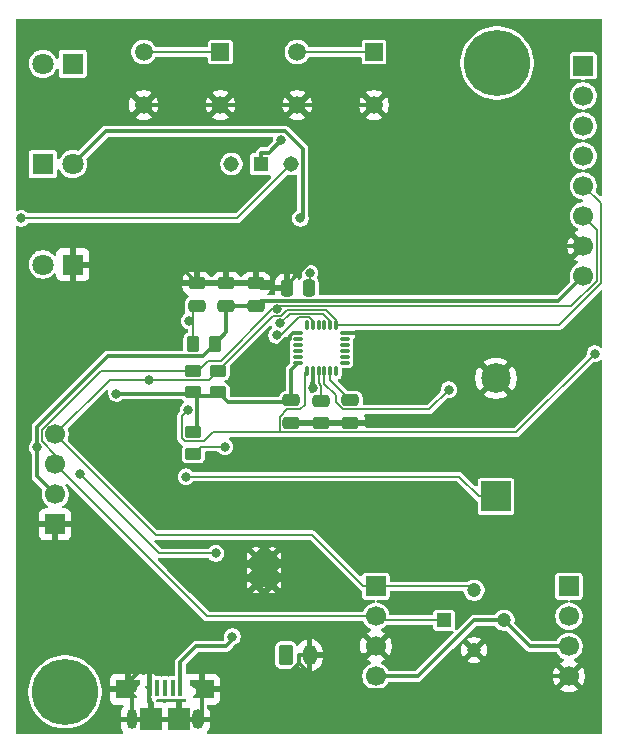
<source format=gbr>
%TF.GenerationSoftware,KiCad,Pcbnew,9.0.1*%
%TF.CreationDate,2025-11-13T22:26:36+01:00*%
%TF.ProjectId,dise_o_v2,64697365-f16f-45f7-9632-2e6b69636164,rev?*%
%TF.SameCoordinates,Original*%
%TF.FileFunction,Copper,L2,Bot*%
%TF.FilePolarity,Positive*%
%FSLAX46Y46*%
G04 Gerber Fmt 4.6, Leading zero omitted, Abs format (unit mm)*
G04 Created by KiCad (PCBNEW 9.0.1) date 2025-11-13 22:26:36*
%MOMM*%
%LPD*%
G01*
G04 APERTURE LIST*
G04 Aperture macros list*
%AMRoundRect*
0 Rectangle with rounded corners*
0 $1 Rounding radius*
0 $2 $3 $4 $5 $6 $7 $8 $9 X,Y pos of 4 corners*
0 Add a 4 corners polygon primitive as box body*
4,1,4,$2,$3,$4,$5,$6,$7,$8,$9,$2,$3,0*
0 Add four circle primitives for the rounded corners*
1,1,$1+$1,$2,$3*
1,1,$1+$1,$4,$5*
1,1,$1+$1,$6,$7*
1,1,$1+$1,$8,$9*
0 Add four rect primitives between the rounded corners*
20,1,$1+$1,$2,$3,$4,$5,0*
20,1,$1+$1,$4,$5,$6,$7,0*
20,1,$1+$1,$6,$7,$8,$9,0*
20,1,$1+$1,$8,$9,$2,$3,0*%
%AMFreePoly0*
4,1,9,0.800000,0.650000,0.550000,0.400000,0.550000,0.000000,1.050000,-0.350000,1.050000,-0.800000,-1.050000,-0.800000,-1.050000,0.800000,0.800000,0.800000,0.800000,0.650000,0.800000,0.650000,$1*%
%AMFreePoly1*
4,1,9,1.050000,-0.800000,-1.050000,-0.800000,-1.050000,-0.350000,-0.550000,0.000000,-0.550000,0.400000,-0.800000,0.650000,-0.800000,0.800000,1.050000,0.800000,1.050000,-0.800000,1.050000,-0.800000,$1*%
G04 Aperture macros list end*
%TA.AperFunction,ComponentPad*%
%ADD10C,5.600000*%
%TD*%
%TA.AperFunction,HeatsinkPad*%
%ADD11C,0.600000*%
%TD*%
%TA.AperFunction,ComponentPad*%
%ADD12RoundRect,0.250000X-0.350000X-0.625000X0.350000X-0.625000X0.350000X0.625000X-0.350000X0.625000X0*%
%TD*%
%TA.AperFunction,ComponentPad*%
%ADD13O,1.200000X1.750000*%
%TD*%
%TA.AperFunction,HeatsinkPad*%
%ADD14C,0.500000*%
%TD*%
%TA.AperFunction,HeatsinkPad*%
%ADD15R,1.900000X2.900000*%
%TD*%
%TA.AperFunction,ComponentPad*%
%ADD16R,1.700000X1.700000*%
%TD*%
%TA.AperFunction,ComponentPad*%
%ADD17C,1.700000*%
%TD*%
%TA.AperFunction,SMDPad,CuDef*%
%ADD18R,0.400000X1.350000*%
%TD*%
%TA.AperFunction,SMDPad,CuDef*%
%ADD19FreePoly0,180.000000*%
%TD*%
%TA.AperFunction,HeatsinkPad*%
%ADD20O,1.000000X1.700000*%
%TD*%
%TA.AperFunction,SMDPad,CuDef*%
%ADD21R,1.900000X1.900000*%
%TD*%
%TA.AperFunction,HeatsinkPad*%
%ADD22O,0.850000X1.700000*%
%TD*%
%TA.AperFunction,SMDPad,CuDef*%
%ADD23FreePoly1,180.000000*%
%TD*%
%TA.AperFunction,ComponentPad*%
%ADD24R,1.800000X1.800000*%
%TD*%
%TA.AperFunction,ComponentPad*%
%ADD25C,1.800000*%
%TD*%
%TA.AperFunction,SMDPad,CuDef*%
%ADD26RoundRect,0.250000X0.475000X-0.250000X0.475000X0.250000X-0.475000X0.250000X-0.475000X-0.250000X0*%
%TD*%
%TA.AperFunction,ComponentPad*%
%ADD27R,1.508000X1.508000*%
%TD*%
%TA.AperFunction,ComponentPad*%
%ADD28C,1.508000*%
%TD*%
%TA.AperFunction,SMDPad,CuDef*%
%ADD29RoundRect,0.250000X-0.475000X0.250000X-0.475000X-0.250000X0.475000X-0.250000X0.475000X0.250000X0*%
%TD*%
%TA.AperFunction,SMDPad,CuDef*%
%ADD30RoundRect,0.250000X0.262500X0.450000X-0.262500X0.450000X-0.262500X-0.450000X0.262500X-0.450000X0*%
%TD*%
%TA.AperFunction,SMDPad,CuDef*%
%ADD31RoundRect,0.250000X0.450000X-0.262500X0.450000X0.262500X-0.450000X0.262500X-0.450000X-0.262500X0*%
%TD*%
%TA.AperFunction,SMDPad,CuDef*%
%ADD32RoundRect,0.250000X0.250000X0.475000X-0.250000X0.475000X-0.250000X-0.475000X0.250000X-0.475000X0*%
%TD*%
%TA.AperFunction,ComponentPad*%
%ADD33C,2.500000*%
%TD*%
%TA.AperFunction,ComponentPad*%
%ADD34R,2.500000X2.500000*%
%TD*%
%TA.AperFunction,SMDPad,CuDef*%
%ADD35RoundRect,0.075000X0.350000X0.075000X-0.350000X0.075000X-0.350000X-0.075000X0.350000X-0.075000X0*%
%TD*%
%TA.AperFunction,SMDPad,CuDef*%
%ADD36RoundRect,0.075000X0.075000X-0.350000X0.075000X0.350000X-0.075000X0.350000X-0.075000X-0.350000X0*%
%TD*%
%TA.AperFunction,ComponentPad*%
%ADD37R,1.308000X1.308000*%
%TD*%
%TA.AperFunction,ComponentPad*%
%ADD38C,1.308000*%
%TD*%
%TA.AperFunction,SMDPad,CuDef*%
%ADD39RoundRect,0.250000X-0.450000X0.262500X-0.450000X-0.262500X0.450000X-0.262500X0.450000X0.262500X0*%
%TD*%
%TA.AperFunction,ComponentPad*%
%ADD40R,1.198000X1.198000*%
%TD*%
%TA.AperFunction,ComponentPad*%
%ADD41C,1.198000*%
%TD*%
%TA.AperFunction,ViaPad*%
%ADD42C,0.800000*%
%TD*%
%TA.AperFunction,Conductor*%
%ADD43C,0.203200*%
%TD*%
%TA.AperFunction,Conductor*%
%ADD44C,0.304800*%
%TD*%
%TA.AperFunction,Conductor*%
%ADD45C,0.300400*%
%TD*%
G04 APERTURE END LIST*
D10*
%TO.P,REF\u002A\u002A,1*%
%TO.N,N/C*%
X47331758Y-87678711D03*
%TD*%
D11*
%TO.P,U1,39,GND*%
%TO.N,GND*%
X62010000Y-60380000D03*
X62010000Y-61780000D03*
X62710000Y-59680000D03*
X62710000Y-61080000D03*
X62710000Y-62480000D03*
X63410000Y-60380000D03*
X63410000Y-61780000D03*
X64110000Y-59680000D03*
X64110000Y-61080000D03*
X64110000Y-62480000D03*
X64810000Y-60380000D03*
X64810000Y-61780000D03*
%TD*%
D12*
%TO.P,J2,1,Pin_1*%
%TO.N,B+*%
X66040000Y-84568000D03*
D13*
%TO.P,J2,2,Pin_2*%
%TO.N,GND*%
X68040000Y-84568000D03*
%TD*%
D14*
%TO.P,U3,9,EPAD*%
%TO.N,GND*%
X64900000Y-78600000D03*
X64900000Y-77400000D03*
X64900000Y-76200000D03*
D15*
X64200000Y-77400000D03*
D14*
X63500000Y-78600000D03*
X63500000Y-77400000D03*
X63500000Y-76200000D03*
%TD*%
D10*
%TO.P,REF\u002A\u002A,1*%
%TO.N,N/C*%
X83917682Y-34436394D03*
%TD*%
D16*
%TO.P,J6,1,Pin_1*%
%TO.N,INT*%
X91212100Y-34681100D03*
D17*
%TO.P,J6,2,Pin_2*%
%TO.N,AD0*%
X91212100Y-37221100D03*
%TO.P,J6,3,Pin_3*%
%TO.N,unconnected-(J6-Pin_3-Pad3)*%
X91212100Y-39761100D03*
%TO.P,J6,4,Pin_4*%
%TO.N,unconnected-(J6-Pin_4-Pad4)*%
X91212100Y-42301100D03*
%TO.P,J6,5,Pin_5*%
%TO.N,SDA*%
X91212100Y-44841100D03*
%TO.P,J6,6,Pin_6*%
%TO.N,SCL*%
X91212100Y-47381100D03*
%TO.P,J6,7,Pin_7*%
%TO.N,GND*%
X91212100Y-49921100D03*
%TO.P,J6,8,Pin_8*%
%TO.N,3.3V*%
X91212100Y-52461100D03*
%TD*%
D18*
%TO.P,J1,1,VBUS*%
%TO.N,5V*%
X57097299Y-87342066D03*
%TO.P,J1,2,D-*%
%TO.N,unconnected-(J1-D--Pad2)*%
X56447299Y-87342066D03*
%TO.P,J1,3,D+*%
%TO.N,unconnected-(J1-D+-Pad3)*%
X55797299Y-87342066D03*
%TO.P,J1,4,ID*%
%TO.N,unconnected-(J1-ID-Pad4)*%
X55147299Y-87342066D03*
%TO.P,J1,5,GND*%
%TO.N,GND*%
X54497299Y-87342066D03*
D19*
%TO.P,J1,6,Shield*%
X58897299Y-87467066D03*
D20*
X58622299Y-90017066D03*
D21*
X56997299Y-90017066D03*
X54597299Y-90017066D03*
D22*
X52972299Y-90017066D03*
D23*
X52697299Y-87467066D03*
%TD*%
D24*
%TO.P,D1,1,K*%
%TO.N,GND*%
X48000000Y-51500000D03*
D25*
%TO.P,D1,2,A*%
%TO.N,Net-(D1-A)*%
X45460000Y-51500000D03*
%TD*%
D26*
%TO.P,C3,1*%
%TO.N,EN*%
X58500000Y-55000000D03*
%TO.P,C3,2*%
%TO.N,GND*%
X58500000Y-53100000D03*
%TD*%
D16*
%TO.P,J4,1,Pin_1*%
%TO.N,RXD0*%
X90000000Y-78740000D03*
D17*
%TO.P,J4,2,Pin_2*%
%TO.N,TXD0*%
X90000000Y-81280000D03*
%TO.P,J4,3,Pin_3*%
%TO.N,3.3V*%
X90000000Y-83820000D03*
%TO.P,J4,4,Pin_4*%
%TO.N,GND*%
X90000000Y-86360000D03*
%TD*%
D26*
%TO.P,C4,1*%
%TO.N,3.3V*%
X61000000Y-55000000D03*
%TO.P,C4,2*%
%TO.N,GND*%
X61000000Y-53100000D03*
%TD*%
D27*
%TO.P,S2,1*%
%TO.N,EN*%
X73500000Y-33500000D03*
D28*
%TO.P,S2,2*%
X67000000Y-33500000D03*
%TO.P,S2,3*%
%TO.N,GND*%
X73500000Y-38000000D03*
%TO.P,S2,4*%
X67000000Y-38000000D03*
%TD*%
D29*
%TO.P,C7,1*%
%TO.N,3.3V*%
X66500000Y-63000000D03*
%TO.P,C7,2*%
%TO.N,GND*%
X66500000Y-64900000D03*
%TD*%
D30*
%TO.P,R4,1*%
%TO.N,3.3V*%
X59996400Y-58236400D03*
%TO.P,R4,2*%
%TO.N,EN*%
X58171400Y-58236400D03*
%TD*%
D31*
%TO.P,R6,1*%
%TO.N,3.3V*%
X60305900Y-62318500D03*
%TO.P,R6,2*%
%TO.N,SDA*%
X60305900Y-60493500D03*
%TD*%
D16*
%TO.P,J5,1,Pin_1*%
%TO.N,SDA*%
X73660000Y-78740000D03*
D17*
%TO.P,J5,2,Pin_2*%
%TO.N,SCL*%
X73660000Y-81280000D03*
%TO.P,J5,3,Pin_3*%
%TO.N,GND*%
X73660000Y-83820000D03*
%TO.P,J5,4,Pin_4*%
%TO.N,3.3V*%
X73660000Y-86360000D03*
%TD*%
D26*
%TO.P,C5,1*%
%TO.N,3.3V*%
X63500000Y-55000000D03*
%TO.P,C5,2*%
%TO.N,GND*%
X63500000Y-53100000D03*
%TD*%
D32*
%TO.P,C10,1*%
%TO.N,Net-(U4-CPOUT)*%
X68000000Y-53500000D03*
%TO.P,C10,2*%
%TO.N,GND*%
X66100000Y-53500000D03*
%TD*%
D24*
%TO.P,D3,1,K*%
%TO.N,Net-(D3-K)*%
X45460000Y-43000000D03*
D25*
%TO.P,D3,2,A*%
%TO.N,5V*%
X48000000Y-43000000D03*
%TD*%
D29*
%TO.P,C8,1*%
%TO.N,Net-(U4-REGOUT)*%
X69000000Y-63050000D03*
%TO.P,C8,2*%
%TO.N,GND*%
X69000000Y-64950000D03*
%TD*%
D33*
%TO.P,LS1,N*%
%TO.N,GND*%
X83820000Y-61120000D03*
D34*
%TO.P,LS1,P*%
%TO.N,BUZZ+*%
X83820000Y-71120000D03*
%TD*%
D31*
%TO.P,R5,1*%
%TO.N,3.3V*%
X58140900Y-62304800D03*
%TO.P,R5,2*%
%TO.N,SCL*%
X58140900Y-60479800D03*
%TD*%
D24*
%TO.P,D2,1,K*%
%TO.N,Net-(D2-K)*%
X48000000Y-34500000D03*
D25*
%TO.P,D2,2,A*%
%TO.N,5V*%
X45460000Y-34500000D03*
%TD*%
D35*
%TO.P,U4,1,CLKIN*%
%TO.N,GND*%
X71000000Y-57300000D03*
%TO.P,U4,2,NC*%
%TO.N,unconnected-(U4-NC-Pad2)*%
X71000000Y-57800000D03*
%TO.P,U4,3,NC*%
%TO.N,unconnected-(U4-NC-Pad3)*%
X71000000Y-58300000D03*
%TO.P,U4,4,NC*%
%TO.N,unconnected-(U4-NC-Pad4)*%
X71000000Y-58800000D03*
%TO.P,U4,5,NC*%
%TO.N,unconnected-(U4-NC-Pad5)*%
X71000000Y-59300000D03*
%TO.P,U4,6,AUX_DA*%
%TO.N,unconnected-(U4-AUX_DA-Pad6)*%
X71000000Y-59800000D03*
D36*
%TO.P,U4,7,AUX_CL*%
%TO.N,unconnected-(U4-AUX_CL-Pad7)*%
X70300000Y-60500000D03*
%TO.P,U4,8,VLOGIC*%
%TO.N,Net-(U4-VLOGIC)*%
X69800000Y-60500000D03*
%TO.P,U4,9,AD0*%
%TO.N,AD0*%
X69300000Y-60500000D03*
%TO.P,U4,10,REGOUT*%
%TO.N,Net-(U4-REGOUT)*%
X68800000Y-60500000D03*
%TO.P,U4,11,FSYNC*%
%TO.N,GND*%
X68300000Y-60500000D03*
%TO.P,U4,12,INT*%
%TO.N,INT*%
X67800000Y-60500000D03*
D35*
%TO.P,U4,13,VDD*%
%TO.N,3.3V*%
X67100000Y-59800000D03*
%TO.P,U4,14,NC*%
%TO.N,unconnected-(U4-NC-Pad14)*%
X67100000Y-59300000D03*
%TO.P,U4,15,NC*%
%TO.N,unconnected-(U4-NC-Pad15)*%
X67100000Y-58800000D03*
%TO.P,U4,16,NC*%
%TO.N,unconnected-(U4-NC-Pad16)*%
X67100000Y-58300000D03*
%TO.P,U4,17,NC*%
%TO.N,unconnected-(U4-NC-Pad17)*%
X67100000Y-57800000D03*
%TO.P,U4,18,GND*%
%TO.N,GND*%
X67100000Y-57300000D03*
D36*
%TO.P,U4,19,RESV*%
%TO.N,unconnected-(U4-RESV-Pad19)*%
X67800000Y-56600000D03*
%TO.P,U4,20,CPOUT*%
%TO.N,Net-(U4-CPOUT)*%
X68300000Y-56600000D03*
%TO.P,U4,21,RESV*%
%TO.N,unconnected-(U4-RESV-Pad21)*%
X68800000Y-56600000D03*
%TO.P,U4,22,RESV*%
%TO.N,unconnected-(U4-RESV-Pad22)*%
X69300000Y-56600000D03*
%TO.P,U4,23,SCL*%
%TO.N,SCL*%
X69800000Y-56600000D03*
%TO.P,U4,24,SDA*%
%TO.N,SDA*%
X70300000Y-56600000D03*
%TD*%
D16*
%TO.P,J3,1,Pin_1*%
%TO.N,GND*%
X46500000Y-73500000D03*
D17*
%TO.P,J3,2,Pin_2*%
%TO.N,3.3V*%
X46500000Y-70960000D03*
%TO.P,J3,3,Pin_3*%
%TO.N,SCL*%
X46500000Y-68420000D03*
%TO.P,J3,4,Pin_4*%
%TO.N,SDA*%
X46500000Y-65880000D03*
%TD*%
D29*
%TO.P,C9,1*%
%TO.N,Net-(U4-VLOGIC)*%
X71500000Y-63000000D03*
%TO.P,C9,2*%
%TO.N,GND*%
X71500000Y-64900000D03*
%TD*%
D37*
%TO.P,S1,1*%
%TO.N,B+*%
X63960000Y-43000000D03*
D38*
%TO.P,S1,2*%
%TO.N,B+_CHRG*%
X61420000Y-43000000D03*
%TO.P,S1,3*%
%TO.N,Net-(U2-EN)*%
X66500000Y-43000000D03*
%TD*%
D39*
%TO.P,R7,1*%
%TO.N,3.3V*%
X58203300Y-65703300D03*
%TO.P,R7,2*%
%TO.N,BUTTON*%
X58203300Y-67528300D03*
%TD*%
D27*
%TO.P,S3,1*%
%TO.N,BUTTON*%
X60500000Y-33500000D03*
D28*
%TO.P,S3,2*%
X54000000Y-33500000D03*
%TO.P,S3,3*%
%TO.N,GND*%
X60500000Y-38000000D03*
%TO.P,S3,4*%
X54000000Y-38000000D03*
%TD*%
D40*
%TO.P,U5,1,SCL/VZ*%
%TO.N,SCL*%
X79420000Y-81613700D03*
D41*
%TO.P,U5,2,SDA/PWM*%
%TO.N,SDA*%
X81960000Y-79073700D03*
%TO.P,U5,3,VDD*%
%TO.N,3.3V*%
X84500000Y-81613700D03*
%TO.P,U5,4,VSS*%
%TO.N,GND*%
X81960000Y-84153700D03*
%TD*%
D42*
%TO.N,Net-(U2-EN)*%
X43620700Y-47579200D03*
%TO.N,GND*%
X55644500Y-83937000D03*
X57318800Y-51500000D03*
X68300000Y-61974500D03*
%TO.N,3.3V*%
X44968000Y-66987300D03*
X51692500Y-62419700D03*
%TO.N,EN*%
X57829200Y-56262600D03*
%TO.N,5V*%
X61500000Y-83000000D03*
X67268000Y-47579200D03*
%TO.N,Net-(U4-CPOUT)*%
X65260600Y-57500000D03*
X68088500Y-52206300D03*
%TO.N,BUTTON*%
X60884400Y-66914600D03*
%TO.N,B+*%
X65664700Y-40949200D03*
%TO.N,SDA*%
X54480500Y-61238100D03*
%TO.N,SCL*%
X65301500Y-55266800D03*
X65531700Y-56476700D03*
%TO.N,BUZZ+*%
X57574200Y-69460600D03*
%TO.N,STDBY_LED*%
X60100200Y-75946500D03*
X48565600Y-69215300D03*
%TO.N,AD0*%
X79837100Y-62096700D03*
%TO.N,INT*%
X92197500Y-59045800D03*
X57786200Y-63798700D03*
%TD*%
D43*
%TO.N,Net-(U2-EN)*%
X43620700Y-47579200D02*
X61920800Y-47579200D01*
X61920800Y-47579200D02*
X66500000Y-43000000D01*
D44*
%TO.N,GND*%
X58622299Y-90017066D02*
X56997299Y-90017066D01*
D45*
X66368000Y-57802300D02*
X66368000Y-57570200D01*
D44*
X67133500Y-84568000D02*
X67133500Y-85247900D01*
X91212100Y-49921100D02*
X69374700Y-49921100D01*
X57318800Y-51918800D02*
X57318800Y-51500000D01*
X52972299Y-87742066D02*
X52697299Y-87467066D01*
D45*
X68344700Y-60544700D02*
X68300000Y-60500000D01*
D44*
X63500000Y-77400000D02*
X64200000Y-77400000D01*
X73500000Y-38000000D02*
X67000000Y-38000000D01*
X63410000Y-60380000D02*
X62010000Y-60380000D01*
X90000000Y-86360000D02*
X84166300Y-86360000D01*
X67100000Y-57300000D02*
X66643200Y-57300000D01*
X64110000Y-61080000D02*
X63410000Y-61080000D01*
X64900000Y-77400000D02*
X64200000Y-77400000D01*
X61000000Y-53100000D02*
X63500000Y-53100000D01*
X71500000Y-64900000D02*
X80040000Y-64900000D01*
X81960000Y-84153700D02*
X78587800Y-87525900D01*
X71500000Y-64900000D02*
X71450000Y-64950000D01*
X54000000Y-38000000D02*
X60500000Y-38000000D01*
X52697299Y-86884201D02*
X54497299Y-85084201D01*
X67133500Y-85247900D02*
X64954500Y-87426900D01*
X66368000Y-57802300D02*
X65987700Y-57802300D01*
X52697299Y-87467066D02*
X52697299Y-86884201D01*
X54497299Y-87342066D02*
X54497299Y-85084201D01*
X54597299Y-90017066D02*
X52972299Y-90017066D01*
X56997299Y-90017066D02*
X54597299Y-90017066D01*
X69000000Y-64950000D02*
X66550000Y-64950000D01*
X78587800Y-87525900D02*
X69411500Y-87525900D01*
X64810000Y-61780000D02*
X63410000Y-61780000D01*
X68040000Y-84568000D02*
X72912000Y-84568000D01*
X58897299Y-89742066D02*
X58622299Y-90017066D01*
D45*
X68344700Y-61189200D02*
X68344700Y-60544700D01*
X66368000Y-57570200D02*
X66638200Y-57300000D01*
D44*
X54497299Y-85084201D02*
X55644500Y-83937000D01*
X66100000Y-53195800D02*
X66100000Y-53500000D01*
X63900000Y-53500000D02*
X63500000Y-53100000D01*
X68344700Y-61189200D02*
X68344700Y-61929800D01*
X48000000Y-51500000D02*
X57318800Y-51500000D01*
X71450000Y-64950000D02*
X69000000Y-64950000D01*
X65987700Y-57802300D02*
X64110000Y-59680000D01*
X69374700Y-49921100D02*
X66100000Y-53195800D01*
X62710000Y-59680000D02*
X64110000Y-59680000D01*
D45*
X66638200Y-57300000D02*
X66643200Y-57300000D01*
D44*
X66100000Y-53500000D02*
X63900000Y-53500000D01*
X69411500Y-87525900D02*
X67133500Y-85247900D01*
X72912000Y-84568000D02*
X73660000Y-83820000D01*
X58500000Y-53100000D02*
X61000000Y-53100000D01*
X58500000Y-53100000D02*
X57318800Y-51918800D01*
X84166300Y-86360000D02*
X81960000Y-84153700D01*
X60500000Y-38000000D02*
X67000000Y-38000000D01*
X63410000Y-60380000D02*
X63410000Y-61080000D01*
X52972299Y-90017066D02*
X52972299Y-87742066D01*
X63410000Y-61080000D02*
X62710000Y-61080000D01*
X68040000Y-84568000D02*
X67133500Y-84568000D01*
X80000000Y-57300000D02*
X83820000Y-61120000D01*
X66550000Y-64950000D02*
X66500000Y-64900000D01*
X62710000Y-62480000D02*
X64110000Y-62480000D01*
X68344700Y-61929800D02*
X68300000Y-61974500D01*
X58897299Y-87467066D02*
X58897299Y-89742066D01*
X80040000Y-64900000D02*
X83820000Y-61120000D01*
X71000000Y-57300000D02*
X80000000Y-57300000D01*
%TO.N,3.3V*%
X58255800Y-62419700D02*
X58140900Y-62419700D01*
X58494300Y-62658200D02*
X59966200Y-62658200D01*
X58494300Y-62658200D02*
X58255800Y-62419700D01*
X58140900Y-62419700D02*
X58140900Y-62304800D01*
X58140900Y-62419700D02*
X51692500Y-62419700D01*
X58203300Y-65703300D02*
X58494300Y-65412300D01*
X66500000Y-63000000D02*
X66354800Y-63145200D01*
X61000000Y-55000000D02*
X63500000Y-55000000D01*
X63939700Y-54560300D02*
X63500000Y-55000000D01*
X66500000Y-60400000D02*
X66500000Y-63000000D01*
X44968000Y-65232500D02*
X44968000Y-66987300D01*
X77213700Y-86360000D02*
X81960000Y-81613700D01*
X58988900Y-59243900D02*
X50956600Y-59243900D01*
X61000000Y-55000000D02*
X61000000Y-57232800D01*
X59996400Y-58236400D02*
X58988900Y-59243900D01*
X91212100Y-52461100D02*
X89112900Y-54560300D01*
X58494300Y-65412300D02*
X58494300Y-62658200D01*
X73660000Y-86360000D02*
X77213700Y-86360000D01*
X44968000Y-69428000D02*
X44968000Y-66987300D01*
X84500000Y-81613700D02*
X86706300Y-83820000D01*
X46500000Y-70960000D02*
X44968000Y-69428000D01*
X66354800Y-63145200D02*
X61132600Y-63145200D01*
X86706300Y-83820000D02*
X90000000Y-83820000D01*
X89112900Y-54560300D02*
X63939700Y-54560300D01*
X61132600Y-63145200D02*
X60305900Y-62318500D01*
X59966200Y-62658200D02*
X60305900Y-62318500D01*
X81960000Y-81613700D02*
X84500000Y-81613700D01*
X61000000Y-57232800D02*
X59996400Y-58236400D01*
X67100000Y-59800000D02*
X66500000Y-60400000D01*
X50956600Y-59243900D02*
X44968000Y-65232500D01*
D43*
%TO.N,EN*%
X58171400Y-56262600D02*
X58171400Y-55328600D01*
X58171400Y-58236400D02*
X58171400Y-56262600D01*
X58171400Y-55328600D02*
X58500000Y-55000000D01*
X57829200Y-56262600D02*
X58171400Y-56262600D01*
X67000000Y-33500000D02*
X73500000Y-33500000D01*
D44*
%TO.N,5V*%
X61500000Y-83000000D02*
X61500000Y-83280000D01*
X67460600Y-41687500D02*
X67460600Y-47386600D01*
X50783400Y-40216600D02*
X65989700Y-40216600D01*
X57097299Y-85142701D02*
X57097299Y-87342066D01*
X58420000Y-83820000D02*
X57097299Y-85142701D01*
X65989700Y-40216600D02*
X67460600Y-41687500D01*
X48000000Y-43000000D02*
X50783400Y-40216600D01*
X60960000Y-83820000D02*
X58420000Y-83820000D01*
X61500000Y-83280000D02*
X60960000Y-83820000D01*
X67460600Y-47386600D02*
X67268000Y-47579200D01*
D43*
%TO.N,Net-(U4-REGOUT)*%
X68800000Y-61547200D02*
X68800000Y-60500000D01*
X69000000Y-63050000D02*
X69000000Y-61747200D01*
X69000000Y-61747200D02*
X68800000Y-61547200D01*
%TO.N,Net-(U4-VLOGIC)*%
X71500000Y-63000000D02*
X69800000Y-61300000D01*
X69800000Y-61300000D02*
X69800000Y-60500000D01*
%TO.N,Net-(U4-CPOUT)*%
X65621700Y-57500000D02*
X65260600Y-57500000D01*
X68300000Y-56600000D02*
X68300000Y-56268500D01*
X68001300Y-55969800D02*
X67151900Y-55969800D01*
X67151900Y-55969800D02*
X65621700Y-57500000D01*
X68300000Y-56268500D02*
X68001300Y-55969800D01*
X68088500Y-53411500D02*
X68088500Y-52206300D01*
X68000000Y-53500000D02*
X68088500Y-53411500D01*
%TO.N,BUTTON*%
X58817000Y-66914600D02*
X58203300Y-67528300D01*
X60884400Y-66914600D02*
X58817000Y-66914600D01*
X60500000Y-33500000D02*
X54000000Y-33500000D01*
D44*
%TO.N,B+*%
X64574400Y-42039500D02*
X65664700Y-40949200D01*
X63960000Y-43000000D02*
X63960000Y-42039500D01*
X63960000Y-42039500D02*
X64574400Y-42039500D01*
D43*
%TO.N,SDA*%
X73660000Y-78740000D02*
X72605100Y-78740000D01*
X92677900Y-53086200D02*
X92677900Y-46306900D01*
X92677900Y-46306900D02*
X91212100Y-44841100D01*
X72605100Y-78740000D02*
X68271900Y-74406800D01*
X54480500Y-61238100D02*
X59561300Y-61238100D01*
X55026800Y-74406800D02*
X46500000Y-65880000D01*
X64927600Y-55871800D02*
X60305900Y-60493500D01*
X70300000Y-56600000D02*
X89164100Y-56600000D01*
X66126200Y-55356800D02*
X65611200Y-55871800D01*
X59561300Y-61238100D02*
X60305900Y-60493500D01*
X46500000Y-65880000D02*
X51141900Y-61238100D01*
X70300000Y-56211800D02*
X69445000Y-55356800D01*
X51141900Y-61238100D02*
X54480500Y-61238100D01*
X73660000Y-78740000D02*
X81626300Y-78740000D01*
X68271900Y-74406800D02*
X55026800Y-74406800D01*
X70300000Y-56600000D02*
X70300000Y-56211800D01*
X81626300Y-78740000D02*
X81960000Y-79073700D01*
X65611200Y-55871800D02*
X64927600Y-55871800D01*
X89164100Y-56600000D02*
X92677900Y-53086200D01*
X69445000Y-55356800D02*
X66126200Y-55356800D01*
%TO.N,SCL*%
X92371400Y-48540400D02*
X92371400Y-52883700D01*
X64893900Y-55266800D02*
X60510200Y-59650500D01*
X45377700Y-65498400D02*
X50396300Y-60479800D01*
X79420000Y-81613700D02*
X73993700Y-81613700D01*
X45377700Y-66469700D02*
X45377700Y-65498400D01*
X60510200Y-59650500D02*
X59455500Y-59650500D01*
X90204800Y-55050300D02*
X65518000Y-55050300D01*
X69800000Y-56278800D02*
X69184500Y-55663300D01*
X46500000Y-67592000D02*
X45377700Y-66469700D01*
X50396300Y-60479800D02*
X58140900Y-60479800D01*
X69800000Y-56600000D02*
X69800000Y-56278800D01*
X66345100Y-55663300D02*
X65531700Y-56476700D01*
X58626200Y-60479800D02*
X58140900Y-60479800D01*
X59360000Y-81280000D02*
X46500000Y-68420000D01*
X92371400Y-52883700D02*
X90204800Y-55050300D01*
X65301500Y-55266800D02*
X64893900Y-55266800D01*
X46500000Y-68420000D02*
X46500000Y-67592000D01*
X73993700Y-81613700D02*
X73660000Y-81280000D01*
X73660000Y-81280000D02*
X59360000Y-81280000D01*
X59455500Y-59650500D02*
X58626200Y-60479800D01*
X65518000Y-55050300D02*
X65301500Y-55266800D01*
X69184500Y-55663300D02*
X66345100Y-55663300D01*
X91212100Y-47381100D02*
X92371400Y-48540400D01*
%TO.N,BUZZ+*%
X82365100Y-71120000D02*
X80705700Y-69460600D01*
X80705700Y-69460600D02*
X57574200Y-69460600D01*
X83820000Y-71120000D02*
X82365100Y-71120000D01*
%TO.N,STDBY_LED*%
X55296800Y-75946500D02*
X48565600Y-69215300D01*
X60100200Y-75946500D02*
X55296800Y-75946500D01*
%TO.N,AD0*%
X70250000Y-62524800D02*
X69300000Y-61574800D01*
X69300000Y-61574800D02*
X69300000Y-60500000D01*
X70831600Y-63760500D02*
X70250000Y-63178900D01*
X70250000Y-63178900D02*
X70250000Y-62524800D01*
X79837100Y-62096700D02*
X78173300Y-63760500D01*
X78173300Y-63760500D02*
X70831600Y-63760500D01*
%TO.N,INT*%
X65511500Y-64411200D02*
X65511500Y-65709700D01*
X57786200Y-63798700D02*
X57246600Y-64338300D01*
X65511500Y-65709700D02*
X85533600Y-65709700D01*
X67644300Y-63369400D02*
X67257000Y-63756700D01*
X85533600Y-65709700D02*
X92197500Y-59045800D01*
X67257000Y-63756700D02*
X66166000Y-63756700D01*
X57508300Y-66472500D02*
X59067000Y-66472500D01*
X59067000Y-66472500D02*
X59829800Y-65709700D01*
X67800000Y-60500000D02*
X67644300Y-60655700D01*
X57246600Y-66210800D02*
X57508300Y-66472500D01*
X59829800Y-65709700D02*
X65511500Y-65709700D01*
X67644300Y-60655700D02*
X67644300Y-63369400D01*
X66166000Y-63756700D02*
X65511500Y-64411200D01*
X57246600Y-64338300D02*
X57246600Y-66210800D01*
%TD*%
%TA.AperFunction,Conductor*%
%TO.N,GND*%
G36*
X92782965Y-30700185D02*
G01*
X92828720Y-30752989D01*
X92839926Y-30804500D01*
X92839926Y-45600909D01*
X92820241Y-45667948D01*
X92767437Y-45713703D01*
X92698279Y-45723647D01*
X92634723Y-45694622D01*
X92628245Y-45688590D01*
X92318329Y-45378674D01*
X92284844Y-45317351D01*
X92288079Y-45252675D01*
X92334271Y-45110510D01*
X92362600Y-44931651D01*
X92362600Y-44750548D01*
X92346119Y-44646497D01*
X92334271Y-44571691D01*
X92278311Y-44399461D01*
X92278311Y-44399460D01*
X92249840Y-44343584D01*
X92196096Y-44238106D01*
X92166655Y-44197584D01*
X92089658Y-44091605D01*
X92089654Y-44091600D01*
X91961599Y-43963545D01*
X91961594Y-43963541D01*
X91815097Y-43857106D01*
X91815096Y-43857105D01*
X91815094Y-43857104D01*
X91755549Y-43826764D01*
X91653739Y-43774888D01*
X91653736Y-43774887D01*
X91481510Y-43718929D01*
X91321421Y-43693573D01*
X91258286Y-43663644D01*
X91221355Y-43604332D01*
X91222353Y-43534470D01*
X91260963Y-43476237D01*
X91321421Y-43448627D01*
X91391525Y-43437522D01*
X91481509Y-43423271D01*
X91653739Y-43367311D01*
X91815094Y-43285096D01*
X91961601Y-43178653D01*
X92089653Y-43050601D01*
X92196096Y-42904094D01*
X92278311Y-42742739D01*
X92334271Y-42570509D01*
X92350492Y-42468091D01*
X92362600Y-42391651D01*
X92362600Y-42210548D01*
X92342267Y-42082179D01*
X92334271Y-42031691D01*
X92288636Y-41891239D01*
X92278312Y-41859463D01*
X92278311Y-41859460D01*
X92247759Y-41799500D01*
X92196096Y-41698106D01*
X92145072Y-41627877D01*
X92089658Y-41551605D01*
X92089654Y-41551600D01*
X91961599Y-41423545D01*
X91961594Y-41423541D01*
X91815097Y-41317106D01*
X91815096Y-41317105D01*
X91815094Y-41317104D01*
X91735042Y-41276315D01*
X91653739Y-41234888D01*
X91653736Y-41234887D01*
X91481510Y-41178929D01*
X91321421Y-41153573D01*
X91258286Y-41123644D01*
X91221355Y-41064332D01*
X91222353Y-40994470D01*
X91260963Y-40936237D01*
X91321421Y-40908627D01*
X91391525Y-40897522D01*
X91481509Y-40883271D01*
X91653739Y-40827311D01*
X91815094Y-40745096D01*
X91961601Y-40638653D01*
X92089653Y-40510601D01*
X92196096Y-40364094D01*
X92278311Y-40202739D01*
X92334271Y-40030509D01*
X92348865Y-39938359D01*
X92362600Y-39851651D01*
X92362600Y-39670548D01*
X92346119Y-39566497D01*
X92334271Y-39491691D01*
X92278311Y-39319461D01*
X92278311Y-39319460D01*
X92229224Y-39223123D01*
X92196096Y-39158106D01*
X92182496Y-39139387D01*
X92089658Y-39011605D01*
X92089654Y-39011600D01*
X91961599Y-38883545D01*
X91961594Y-38883541D01*
X91815097Y-38777106D01*
X91815096Y-38777105D01*
X91815094Y-38777104D01*
X91763400Y-38750764D01*
X91653739Y-38694888D01*
X91653736Y-38694887D01*
X91481510Y-38638929D01*
X91321421Y-38613573D01*
X91258286Y-38583644D01*
X91221355Y-38524332D01*
X91222353Y-38454470D01*
X91260963Y-38396237D01*
X91321421Y-38368627D01*
X91391525Y-38357522D01*
X91481509Y-38343271D01*
X91653739Y-38287311D01*
X91815094Y-38205096D01*
X91961601Y-38098653D01*
X92089653Y-37970601D01*
X92196096Y-37824094D01*
X92278311Y-37662739D01*
X92334271Y-37490509D01*
X92357672Y-37342762D01*
X92362600Y-37311651D01*
X92362600Y-37130548D01*
X92337016Y-36969024D01*
X92334271Y-36951691D01*
X92278311Y-36779461D01*
X92278311Y-36779460D01*
X92249840Y-36723584D01*
X92196096Y-36618106D01*
X92182496Y-36599387D01*
X92089658Y-36471605D01*
X92089654Y-36471600D01*
X91961599Y-36343545D01*
X91961594Y-36343541D01*
X91815097Y-36237106D01*
X91815096Y-36237105D01*
X91815094Y-36237104D01*
X91763400Y-36210764D01*
X91653739Y-36154888D01*
X91653736Y-36154887D01*
X91481510Y-36098929D01*
X91349828Y-36078072D01*
X91286694Y-36048142D01*
X91249763Y-35988831D01*
X91250761Y-35918968D01*
X91289371Y-35860736D01*
X91353335Y-35832622D01*
X91369220Y-35831599D01*
X92106964Y-35831599D01*
X92106979Y-35831597D01*
X92106982Y-35831597D01*
X92132087Y-35828686D01*
X92132088Y-35828685D01*
X92132091Y-35828685D01*
X92234865Y-35783306D01*
X92314306Y-35703865D01*
X92359685Y-35601091D01*
X92362600Y-35575965D01*
X92362599Y-33786236D01*
X92362597Y-33786217D01*
X92359686Y-33761112D01*
X92359685Y-33761110D01*
X92359685Y-33761109D01*
X92314306Y-33658335D01*
X92234865Y-33578894D01*
X92234863Y-33578893D01*
X92132092Y-33533515D01*
X92106965Y-33530600D01*
X90317243Y-33530600D01*
X90317217Y-33530602D01*
X90292112Y-33533513D01*
X90292108Y-33533515D01*
X90189335Y-33578893D01*
X90109894Y-33658334D01*
X90064515Y-33761106D01*
X90064515Y-33761108D01*
X90061600Y-33786231D01*
X90061600Y-35575956D01*
X90061602Y-35575982D01*
X90064513Y-35601087D01*
X90064515Y-35601091D01*
X90109893Y-35703864D01*
X90109894Y-35703865D01*
X90189335Y-35783306D01*
X90292109Y-35828685D01*
X90317235Y-35831600D01*
X91054973Y-35831599D01*
X91122010Y-35851283D01*
X91167765Y-35904087D01*
X91177709Y-35973246D01*
X91148684Y-36036802D01*
X91089906Y-36074576D01*
X91074370Y-36078072D01*
X90942689Y-36098929D01*
X90770463Y-36154887D01*
X90770460Y-36154888D01*
X90609102Y-36237106D01*
X90462605Y-36343541D01*
X90462600Y-36343545D01*
X90334545Y-36471600D01*
X90334541Y-36471605D01*
X90228106Y-36618102D01*
X90145888Y-36779460D01*
X90145887Y-36779463D01*
X90089929Y-36951689D01*
X90061600Y-37130548D01*
X90061600Y-37311651D01*
X90089929Y-37490510D01*
X90145887Y-37662736D01*
X90145888Y-37662739D01*
X90228106Y-37824097D01*
X90334541Y-37970594D01*
X90334545Y-37970599D01*
X90462600Y-38098654D01*
X90462605Y-38098658D01*
X90590387Y-38191496D01*
X90609106Y-38205096D01*
X90714584Y-38258840D01*
X90770460Y-38287311D01*
X90770463Y-38287312D01*
X90789958Y-38293646D01*
X90942691Y-38343271D01*
X91015739Y-38354840D01*
X91102778Y-38368627D01*
X91165913Y-38398556D01*
X91202844Y-38457868D01*
X91201846Y-38527731D01*
X91163236Y-38585963D01*
X91102778Y-38613573D01*
X90942689Y-38638929D01*
X90770463Y-38694887D01*
X90770460Y-38694888D01*
X90609102Y-38777106D01*
X90462605Y-38883541D01*
X90462600Y-38883545D01*
X90334545Y-39011600D01*
X90334541Y-39011605D01*
X90228106Y-39158102D01*
X90145888Y-39319460D01*
X90145887Y-39319463D01*
X90089929Y-39491689D01*
X90061600Y-39670548D01*
X90061600Y-39851651D01*
X90089929Y-40030510D01*
X90145887Y-40202736D01*
X90145888Y-40202739D01*
X90228106Y-40364097D01*
X90334541Y-40510594D01*
X90334545Y-40510599D01*
X90462600Y-40638654D01*
X90462605Y-40638658D01*
X90557301Y-40707458D01*
X90609106Y-40745096D01*
X90704437Y-40793670D01*
X90770460Y-40827311D01*
X90770463Y-40827312D01*
X90856576Y-40855291D01*
X90942691Y-40883271D01*
X91015739Y-40894840D01*
X91102778Y-40908627D01*
X91165913Y-40938556D01*
X91202844Y-40997868D01*
X91201846Y-41067731D01*
X91163236Y-41125963D01*
X91102778Y-41153573D01*
X90942689Y-41178929D01*
X90770463Y-41234887D01*
X90770460Y-41234888D01*
X90609102Y-41317106D01*
X90462605Y-41423541D01*
X90462600Y-41423545D01*
X90334545Y-41551600D01*
X90334541Y-41551605D01*
X90228106Y-41698102D01*
X90145888Y-41859460D01*
X90145887Y-41859463D01*
X90089929Y-42031689D01*
X90061600Y-42210548D01*
X90061600Y-42391651D01*
X90089929Y-42570510D01*
X90145887Y-42742736D01*
X90145888Y-42742739D01*
X90228106Y-42904097D01*
X90334541Y-43050594D01*
X90334545Y-43050599D01*
X90462600Y-43178654D01*
X90462605Y-43178658D01*
X90590387Y-43271496D01*
X90609106Y-43285096D01*
X90694177Y-43328442D01*
X90770460Y-43367311D01*
X90770463Y-43367312D01*
X90822724Y-43384292D01*
X90942691Y-43423271D01*
X91015739Y-43434840D01*
X91102778Y-43448627D01*
X91165913Y-43478556D01*
X91202844Y-43537868D01*
X91201846Y-43607731D01*
X91163236Y-43665963D01*
X91102778Y-43693573D01*
X90942689Y-43718929D01*
X90770463Y-43774887D01*
X90770460Y-43774888D01*
X90609102Y-43857106D01*
X90462605Y-43963541D01*
X90462600Y-43963545D01*
X90334545Y-44091600D01*
X90334541Y-44091605D01*
X90228106Y-44238102D01*
X90145888Y-44399460D01*
X90145887Y-44399463D01*
X90089929Y-44571689D01*
X90061600Y-44750548D01*
X90061600Y-44931651D01*
X90089929Y-45110510D01*
X90145887Y-45282736D01*
X90145888Y-45282739D01*
X90228106Y-45444097D01*
X90334541Y-45590594D01*
X90334545Y-45590599D01*
X90462600Y-45718654D01*
X90462605Y-45718658D01*
X90590387Y-45811496D01*
X90609106Y-45825096D01*
X90714584Y-45878840D01*
X90770460Y-45907311D01*
X90770463Y-45907312D01*
X90800524Y-45917079D01*
X90942691Y-45963271D01*
X91015739Y-45974840D01*
X91102778Y-45988627D01*
X91165913Y-46018556D01*
X91202844Y-46077868D01*
X91201846Y-46147731D01*
X91163236Y-46205963D01*
X91102778Y-46233573D01*
X90942689Y-46258929D01*
X90770463Y-46314887D01*
X90770460Y-46314888D01*
X90609102Y-46397106D01*
X90462605Y-46503541D01*
X90462600Y-46503545D01*
X90334545Y-46631600D01*
X90334541Y-46631605D01*
X90228106Y-46778102D01*
X90145888Y-46939460D01*
X90145887Y-46939463D01*
X90089929Y-47111689D01*
X90061600Y-47290548D01*
X90061600Y-47471651D01*
X90089929Y-47650510D01*
X90145887Y-47822736D01*
X90145888Y-47822739D01*
X90190866Y-47911011D01*
X90226680Y-47981300D01*
X90228106Y-47984097D01*
X90334541Y-48130594D01*
X90334545Y-48130599D01*
X90462600Y-48258654D01*
X90462605Y-48258658D01*
X90575468Y-48340657D01*
X90609106Y-48365096D01*
X90710880Y-48416953D01*
X90740784Y-48432190D01*
X90791580Y-48480165D01*
X90808375Y-48547986D01*
X90785837Y-48614121D01*
X90731122Y-48657572D01*
X90722808Y-48660606D01*
X90693881Y-48670005D01*
X90504539Y-48766480D01*
X90450382Y-48805827D01*
X90450382Y-48805828D01*
X91082691Y-49438137D01*
X91019107Y-49455175D01*
X90905093Y-49521001D01*
X90812001Y-49614093D01*
X90746175Y-49728107D01*
X90729137Y-49791691D01*
X90096828Y-49159382D01*
X90096827Y-49159382D01*
X90057480Y-49213539D01*
X89961004Y-49402882D01*
X89895342Y-49604969D01*
X89895342Y-49604972D01*
X89862100Y-49814853D01*
X89862100Y-50027346D01*
X89895342Y-50237227D01*
X89895342Y-50237230D01*
X89961004Y-50439317D01*
X90057475Y-50628650D01*
X90096828Y-50682816D01*
X90729137Y-50050508D01*
X90746175Y-50114093D01*
X90812001Y-50228107D01*
X90905093Y-50321199D01*
X91019107Y-50387025D01*
X91082689Y-50404062D01*
X90450382Y-51036369D01*
X90450382Y-51036370D01*
X90504549Y-51075724D01*
X90693880Y-51172194D01*
X90722805Y-51181592D01*
X90780481Y-51221029D01*
X90807680Y-51285387D01*
X90795767Y-51354234D01*
X90748524Y-51405710D01*
X90740785Y-51410008D01*
X90609104Y-51477104D01*
X90462605Y-51583541D01*
X90462600Y-51583545D01*
X90334545Y-51711600D01*
X90334541Y-51711605D01*
X90228106Y-51858102D01*
X90145888Y-52019460D01*
X90145887Y-52019463D01*
X90089929Y-52191689D01*
X90061600Y-52370548D01*
X90061600Y-52551651D01*
X90089929Y-52730510D01*
X90118502Y-52818450D01*
X90120497Y-52888292D01*
X90088252Y-52944449D01*
X88961622Y-54071081D01*
X88900299Y-54104566D01*
X88873941Y-54107400D01*
X68924500Y-54107400D01*
X68857461Y-54087715D01*
X68811706Y-54034911D01*
X68800500Y-53983400D01*
X68800500Y-52981903D01*
X68800500Y-52981898D01*
X68789877Y-52893436D01*
X68734361Y-52752658D01*
X68734360Y-52752657D01*
X68734360Y-52752656D01*
X68698186Y-52704954D01*
X68673363Y-52639643D01*
X68687791Y-52571279D01*
X68693889Y-52561137D01*
X68709275Y-52538111D01*
X68762080Y-52410628D01*
X68787651Y-52282075D01*
X68789000Y-52275295D01*
X68789000Y-52137304D01*
X68762081Y-52001977D01*
X68762080Y-52001976D01*
X68762080Y-52001972D01*
X68745041Y-51960836D01*
X68709278Y-51874495D01*
X68709271Y-51874482D01*
X68632614Y-51759758D01*
X68632611Y-51759754D01*
X68535045Y-51662188D01*
X68535041Y-51662185D01*
X68420317Y-51585528D01*
X68420304Y-51585521D01*
X68292832Y-51532721D01*
X68292822Y-51532718D01*
X68157495Y-51505800D01*
X68157493Y-51505800D01*
X68019507Y-51505800D01*
X68019505Y-51505800D01*
X67884177Y-51532718D01*
X67884167Y-51532721D01*
X67756695Y-51585521D01*
X67756682Y-51585528D01*
X67641958Y-51662185D01*
X67641954Y-51662188D01*
X67544388Y-51759754D01*
X67544385Y-51759758D01*
X67467728Y-51874482D01*
X67467721Y-51874495D01*
X67414921Y-52001967D01*
X67414918Y-52001977D01*
X67388000Y-52137304D01*
X67388000Y-52137307D01*
X67388000Y-52275293D01*
X67388000Y-52275295D01*
X67387999Y-52275295D01*
X67414918Y-52410622D01*
X67414921Y-52410632D01*
X67434269Y-52457342D01*
X67441738Y-52526811D01*
X67413170Y-52586285D01*
X67404788Y-52595897D01*
X67357078Y-52632078D01*
X67265639Y-52752658D01*
X67263600Y-52757827D01*
X67252775Y-52770243D01*
X67233626Y-52782465D01*
X67217361Y-52798326D01*
X67204738Y-52800905D01*
X67193881Y-52807836D01*
X67171165Y-52807766D01*
X67148906Y-52812315D01*
X67136892Y-52807660D01*
X67124012Y-52807621D01*
X67104938Y-52795280D01*
X67083755Y-52787073D01*
X67076166Y-52776664D01*
X67065350Y-52769666D01*
X67055975Y-52748971D01*
X67042593Y-52730615D01*
X67041607Y-52727755D01*
X67034359Y-52705882D01*
X67034356Y-52705875D01*
X66942315Y-52556654D01*
X66818345Y-52432684D01*
X66669124Y-52340643D01*
X66669119Y-52340641D01*
X66502697Y-52285494D01*
X66502690Y-52285493D01*
X66399986Y-52275000D01*
X66350000Y-52275000D01*
X66350000Y-53376000D01*
X66330315Y-53443039D01*
X66277511Y-53488794D01*
X66226000Y-53500000D01*
X66100000Y-53500000D01*
X66100000Y-53626000D01*
X66080315Y-53693039D01*
X66027511Y-53738794D01*
X65976000Y-53750000D01*
X65100001Y-53750000D01*
X65100001Y-53983400D01*
X65080316Y-54050439D01*
X65027512Y-54096194D01*
X64976001Y-54107400D01*
X64577623Y-54107400D01*
X64510584Y-54087715D01*
X64464829Y-54034911D01*
X64454885Y-53965753D01*
X64483910Y-53902197D01*
X64489942Y-53895719D01*
X64567315Y-53818345D01*
X64659356Y-53669124D01*
X64659358Y-53669119D01*
X64714505Y-53502697D01*
X64714506Y-53502690D01*
X64724999Y-53399986D01*
X64725000Y-53399973D01*
X64725000Y-53350000D01*
X57275001Y-53350000D01*
X57275001Y-53399986D01*
X57285494Y-53502697D01*
X57340641Y-53669119D01*
X57340643Y-53669124D01*
X57432684Y-53818345D01*
X57556654Y-53942315D01*
X57705876Y-54034356D01*
X57727755Y-54041606D01*
X57785201Y-54081378D01*
X57812025Y-54145893D01*
X57799711Y-54214669D01*
X57758393Y-54259166D01*
X57759416Y-54260514D01*
X57632077Y-54357077D01*
X57540639Y-54477656D01*
X57485122Y-54618438D01*
X57479188Y-54667853D01*
X57474500Y-54706898D01*
X57474500Y-55293102D01*
X57480126Y-55339954D01*
X57485122Y-55381561D01*
X57485122Y-55381563D01*
X57485123Y-55381564D01*
X57518948Y-55467338D01*
X57532224Y-55501003D01*
X57538505Y-55570590D01*
X57506168Y-55632526D01*
X57485760Y-55649595D01*
X57382658Y-55718485D01*
X57382654Y-55718488D01*
X57285088Y-55816054D01*
X57285085Y-55816058D01*
X57208428Y-55930782D01*
X57208421Y-55930795D01*
X57155621Y-56058267D01*
X57155618Y-56058277D01*
X57128700Y-56193604D01*
X57128700Y-56193607D01*
X57128700Y-56331593D01*
X57128700Y-56331595D01*
X57128699Y-56331595D01*
X57155618Y-56466922D01*
X57155621Y-56466932D01*
X57208421Y-56594404D01*
X57208428Y-56594417D01*
X57285085Y-56709141D01*
X57285088Y-56709145D01*
X57382654Y-56806711D01*
X57382658Y-56806714D01*
X57497382Y-56883371D01*
X57497395Y-56883378D01*
X57609421Y-56929780D01*
X57624872Y-56936180D01*
X57669491Y-56945055D01*
X57697623Y-56959770D01*
X57726503Y-56972959D01*
X57728358Y-56975846D01*
X57731401Y-56977438D01*
X57747111Y-57005027D01*
X57764277Y-57031737D01*
X57764937Y-57036330D01*
X57765976Y-57038154D01*
X57769300Y-57066672D01*
X57769300Y-57165298D01*
X57749615Y-57232337D01*
X57696811Y-57278092D01*
X57690805Y-57280646D01*
X57670599Y-57288614D01*
X57636556Y-57302039D01*
X57515977Y-57393477D01*
X57424539Y-57514056D01*
X57369022Y-57654838D01*
X57363994Y-57696714D01*
X57358400Y-57743298D01*
X57358400Y-57743303D01*
X57358400Y-58667000D01*
X57338715Y-58734039D01*
X57285911Y-58779794D01*
X57234400Y-58791000D01*
X50896974Y-58791000D01*
X50781785Y-58821864D01*
X50678512Y-58881490D01*
X50678509Y-58881492D01*
X44689913Y-64870090D01*
X44605592Y-64954410D01*
X44605590Y-64954413D01*
X44545964Y-65057685D01*
X44515100Y-65172875D01*
X44515100Y-66398181D01*
X44495415Y-66465220D01*
X44478781Y-66485862D01*
X44423888Y-66540754D01*
X44423885Y-66540758D01*
X44347228Y-66655482D01*
X44347221Y-66655495D01*
X44294421Y-66782967D01*
X44294418Y-66782977D01*
X44267500Y-66918304D01*
X44267500Y-66918307D01*
X44267500Y-67056293D01*
X44267500Y-67056295D01*
X44267499Y-67056295D01*
X44294418Y-67191622D01*
X44294421Y-67191632D01*
X44347221Y-67319104D01*
X44347228Y-67319117D01*
X44423884Y-67433840D01*
X44423885Y-67433841D01*
X44423886Y-67433842D01*
X44478782Y-67488738D01*
X44512266Y-67550059D01*
X44515100Y-67576418D01*
X44515100Y-69368375D01*
X44515100Y-69487625D01*
X44525444Y-69526229D01*
X44545964Y-69602814D01*
X44554613Y-69617794D01*
X44605590Y-69706087D01*
X44605592Y-69706089D01*
X45376152Y-70476650D01*
X45409637Y-70537973D01*
X45406402Y-70602648D01*
X45377829Y-70690587D01*
X45349500Y-70869448D01*
X45349500Y-71050551D01*
X45377829Y-71229410D01*
X45433787Y-71401636D01*
X45433788Y-71401639D01*
X45516006Y-71562997D01*
X45622441Y-71709494D01*
X45622445Y-71709499D01*
X45750504Y-71837558D01*
X45871798Y-71925682D01*
X45914464Y-71981011D01*
X45920443Y-72050625D01*
X45887838Y-72112420D01*
X45826999Y-72146777D01*
X45798913Y-72150000D01*
X45602155Y-72150000D01*
X45542627Y-72156401D01*
X45542620Y-72156403D01*
X45407913Y-72206645D01*
X45407906Y-72206649D01*
X45292812Y-72292809D01*
X45292809Y-72292812D01*
X45206649Y-72407906D01*
X45206645Y-72407913D01*
X45156403Y-72542620D01*
X45156401Y-72542627D01*
X45150000Y-72602155D01*
X45150000Y-73250000D01*
X46066988Y-73250000D01*
X46034075Y-73307007D01*
X46000000Y-73434174D01*
X46000000Y-73565826D01*
X46034075Y-73692993D01*
X46066988Y-73750000D01*
X45150000Y-73750000D01*
X45150000Y-74397844D01*
X45156401Y-74457372D01*
X45156403Y-74457379D01*
X45206645Y-74592086D01*
X45206649Y-74592093D01*
X45292809Y-74707187D01*
X45292812Y-74707190D01*
X45407906Y-74793350D01*
X45407913Y-74793354D01*
X45542620Y-74843596D01*
X45542627Y-74843598D01*
X45602155Y-74849999D01*
X45602172Y-74850000D01*
X46250000Y-74850000D01*
X46250000Y-73933012D01*
X46307007Y-73965925D01*
X46434174Y-74000000D01*
X46565826Y-74000000D01*
X46692993Y-73965925D01*
X46750000Y-73933012D01*
X46750000Y-74850000D01*
X47397828Y-74850000D01*
X47397844Y-74849999D01*
X47457372Y-74843598D01*
X47457379Y-74843596D01*
X47592086Y-74793354D01*
X47592093Y-74793350D01*
X47707187Y-74707190D01*
X47707190Y-74707187D01*
X47793350Y-74592093D01*
X47793354Y-74592086D01*
X47843596Y-74457379D01*
X47843598Y-74457372D01*
X47849999Y-74397844D01*
X47850000Y-74397827D01*
X47850000Y-73750000D01*
X46933012Y-73750000D01*
X46965925Y-73692993D01*
X47000000Y-73565826D01*
X47000000Y-73434174D01*
X46965925Y-73307007D01*
X46933012Y-73250000D01*
X47850000Y-73250000D01*
X47850000Y-72602172D01*
X47849999Y-72602155D01*
X47843598Y-72542627D01*
X47843596Y-72542620D01*
X47793354Y-72407913D01*
X47793350Y-72407906D01*
X47707190Y-72292812D01*
X47707187Y-72292809D01*
X47592093Y-72206649D01*
X47592086Y-72206645D01*
X47457379Y-72156403D01*
X47457372Y-72156401D01*
X47397844Y-72150000D01*
X47201087Y-72150000D01*
X47134048Y-72130315D01*
X47088293Y-72077511D01*
X47078349Y-72008353D01*
X47107374Y-71944797D01*
X47128202Y-71925682D01*
X47249495Y-71837558D01*
X47249497Y-71837555D01*
X47249501Y-71837553D01*
X47377553Y-71709501D01*
X47483996Y-71562994D01*
X47566211Y-71401639D01*
X47622171Y-71229409D01*
X47636765Y-71137259D01*
X47650500Y-71050551D01*
X47650500Y-70869448D01*
X47634019Y-70765397D01*
X47622171Y-70690591D01*
X47572583Y-70537973D01*
X47566212Y-70518363D01*
X47566211Y-70518360D01*
X47534306Y-70455745D01*
X47483996Y-70357006D01*
X47406322Y-70250096D01*
X47388911Y-70226131D01*
X47365431Y-70160325D01*
X47381257Y-70092271D01*
X47431363Y-70043576D01*
X47499841Y-70029701D01*
X47564950Y-70055050D01*
X47576910Y-70065565D01*
X59038240Y-81526895D01*
X59113105Y-81601760D01*
X59204795Y-81654698D01*
X59307062Y-81682100D01*
X72497655Y-81682100D01*
X72564694Y-81701785D01*
X72608139Y-81749805D01*
X72676002Y-81882992D01*
X72676003Y-81882993D01*
X72782441Y-82029494D01*
X72782445Y-82029499D01*
X72910500Y-82157554D01*
X72910505Y-82157558D01*
X73038287Y-82250396D01*
X73057006Y-82263996D01*
X73151972Y-82312384D01*
X73188684Y-82331090D01*
X73239480Y-82379065D01*
X73256275Y-82446886D01*
X73233737Y-82513021D01*
X73179022Y-82556472D01*
X73170708Y-82559506D01*
X73141781Y-82568905D01*
X72952439Y-82665380D01*
X72898282Y-82704727D01*
X72898282Y-82704728D01*
X73530591Y-83337037D01*
X73467007Y-83354075D01*
X73352993Y-83419901D01*
X73259901Y-83512993D01*
X73194075Y-83627007D01*
X73177037Y-83690591D01*
X72544728Y-83058282D01*
X72544727Y-83058282D01*
X72505380Y-83112439D01*
X72408904Y-83301782D01*
X72343242Y-83503869D01*
X72343242Y-83503872D01*
X72310000Y-83713753D01*
X72310000Y-83926246D01*
X72343242Y-84136127D01*
X72343242Y-84136130D01*
X72408904Y-84338217D01*
X72505375Y-84527550D01*
X72544728Y-84581716D01*
X73177037Y-83949408D01*
X73194075Y-84012993D01*
X73259901Y-84127007D01*
X73352993Y-84220099D01*
X73467007Y-84285925D01*
X73530590Y-84302962D01*
X72898282Y-84935269D01*
X72898282Y-84935270D01*
X72952449Y-84974624D01*
X73141780Y-85071094D01*
X73170705Y-85080492D01*
X73228381Y-85119929D01*
X73255580Y-85184287D01*
X73243667Y-85253134D01*
X73196424Y-85304610D01*
X73188685Y-85308908D01*
X73057004Y-85376004D01*
X72910505Y-85482441D01*
X72910500Y-85482445D01*
X72782445Y-85610500D01*
X72782441Y-85610505D01*
X72676006Y-85757002D01*
X72593788Y-85918360D01*
X72593787Y-85918363D01*
X72537829Y-86090589D01*
X72509500Y-86269448D01*
X72509500Y-86450551D01*
X72537829Y-86629410D01*
X72593787Y-86801636D01*
X72593788Y-86801639D01*
X72676006Y-86962997D01*
X72782441Y-87109494D01*
X72782445Y-87109499D01*
X72910500Y-87237554D01*
X72910505Y-87237558D01*
X73034565Y-87327692D01*
X73057006Y-87343996D01*
X73156276Y-87394577D01*
X73218360Y-87426211D01*
X73218363Y-87426212D01*
X73304476Y-87454191D01*
X73390591Y-87482171D01*
X73473429Y-87495291D01*
X73569449Y-87510500D01*
X73569454Y-87510500D01*
X73750551Y-87510500D01*
X73837259Y-87496765D01*
X73929409Y-87482171D01*
X74101639Y-87426211D01*
X74262994Y-87343996D01*
X74346658Y-87283211D01*
X74409495Y-87237558D01*
X74409497Y-87237555D01*
X74409501Y-87237553D01*
X74537553Y-87109501D01*
X74643996Y-86962994D01*
X74685975Y-86880603D01*
X74733949Y-86829809D01*
X74796460Y-86812900D01*
X77273323Y-86812900D01*
X77273325Y-86812900D01*
X77388513Y-86782036D01*
X77491787Y-86722410D01*
X79124924Y-85089273D01*
X81377978Y-85089273D01*
X81383996Y-85093647D01*
X81538128Y-85172181D01*
X81702653Y-85225639D01*
X81873502Y-85252700D01*
X82046498Y-85252700D01*
X82217346Y-85225639D01*
X82381871Y-85172181D01*
X82536002Y-85093647D01*
X82542021Y-85089273D01*
X81960001Y-84507253D01*
X81960000Y-84507253D01*
X81377978Y-85089273D01*
X79124924Y-85089273D01*
X80146996Y-84067201D01*
X80861000Y-84067201D01*
X80861000Y-84240198D01*
X80888060Y-84411046D01*
X80941518Y-84575571D01*
X81020052Y-84729703D01*
X81020056Y-84729709D01*
X81024423Y-84735720D01*
X81024425Y-84735720D01*
X81606446Y-84153700D01*
X81606446Y-84153699D01*
X81561027Y-84108280D01*
X81615000Y-84108280D01*
X81615000Y-84199120D01*
X81638511Y-84286865D01*
X81683931Y-84365535D01*
X81748165Y-84429769D01*
X81826835Y-84475189D01*
X81914580Y-84498700D01*
X82005420Y-84498700D01*
X82093165Y-84475189D01*
X82171835Y-84429769D01*
X82236069Y-84365535D01*
X82281489Y-84286865D01*
X82305000Y-84199120D01*
X82305000Y-84153699D01*
X82313553Y-84153699D01*
X82313553Y-84153700D01*
X82895573Y-84735720D01*
X82899947Y-84729702D01*
X82978481Y-84575571D01*
X83031939Y-84411046D01*
X83059000Y-84240198D01*
X83059000Y-84067201D01*
X83031939Y-83896353D01*
X82978481Y-83731828D01*
X82899947Y-83577696D01*
X82895573Y-83571678D01*
X82313553Y-84153699D01*
X82305000Y-84153699D01*
X82305000Y-84108280D01*
X82281489Y-84020535D01*
X82236069Y-83941865D01*
X82171835Y-83877631D01*
X82093165Y-83832211D01*
X82005420Y-83808700D01*
X81914580Y-83808700D01*
X81826835Y-83832211D01*
X81748165Y-83877631D01*
X81683931Y-83941865D01*
X81638511Y-84020535D01*
X81615000Y-84108280D01*
X81561027Y-84108280D01*
X81024425Y-83571678D01*
X81024423Y-83571678D01*
X81020053Y-83577693D01*
X81020052Y-83577695D01*
X80941518Y-83731828D01*
X80888060Y-83896353D01*
X80861000Y-84067201D01*
X80146996Y-84067201D01*
X80996074Y-83218123D01*
X81377978Y-83218123D01*
X81377978Y-83218125D01*
X81960000Y-83800146D01*
X81960001Y-83800146D01*
X82542020Y-83218125D01*
X82542020Y-83218123D01*
X82536009Y-83213756D01*
X82536003Y-83213752D01*
X82381871Y-83135218D01*
X82217346Y-83081760D01*
X82046498Y-83054700D01*
X81873502Y-83054700D01*
X81702653Y-83081760D01*
X81538128Y-83135218D01*
X81383995Y-83213752D01*
X81383993Y-83213753D01*
X81377978Y-83218123D01*
X80996074Y-83218123D01*
X82111278Y-82102919D01*
X82172601Y-82069434D01*
X82198959Y-82066600D01*
X83654519Y-82066600D01*
X83721558Y-82086285D01*
X83757621Y-82121709D01*
X83801312Y-82187097D01*
X83801315Y-82187101D01*
X83926598Y-82312384D01*
X83926606Y-82312390D01*
X84073924Y-82410825D01*
X84073928Y-82410827D01*
X84204488Y-82464906D01*
X84237626Y-82478632D01*
X84237630Y-82478632D01*
X84237631Y-82478633D01*
X84411404Y-82513200D01*
X84411407Y-82513200D01*
X84588594Y-82513200D01*
X84617448Y-82507459D01*
X84665723Y-82497857D01*
X84735314Y-82504083D01*
X84777595Y-82531792D01*
X86428212Y-84182410D01*
X86531487Y-84242036D01*
X86646674Y-84272900D01*
X86646675Y-84272900D01*
X88863540Y-84272900D01*
X88930579Y-84292585D01*
X88974025Y-84340605D01*
X89016006Y-84422998D01*
X89122441Y-84569494D01*
X89122445Y-84569499D01*
X89250500Y-84697554D01*
X89250505Y-84697558D01*
X89364379Y-84780291D01*
X89397006Y-84803996D01*
X89498780Y-84855853D01*
X89528684Y-84871090D01*
X89579480Y-84919065D01*
X89596275Y-84986886D01*
X89573737Y-85053021D01*
X89519022Y-85096472D01*
X89510708Y-85099506D01*
X89481781Y-85108905D01*
X89292439Y-85205380D01*
X89238282Y-85244727D01*
X89238282Y-85244728D01*
X89870591Y-85877037D01*
X89807007Y-85894075D01*
X89692993Y-85959901D01*
X89599901Y-86052993D01*
X89534075Y-86167007D01*
X89517037Y-86230591D01*
X88884728Y-85598282D01*
X88884727Y-85598282D01*
X88845380Y-85652439D01*
X88748904Y-85841782D01*
X88683242Y-86043869D01*
X88683242Y-86043872D01*
X88650000Y-86253753D01*
X88650000Y-86466246D01*
X88683242Y-86676127D01*
X88683242Y-86676130D01*
X88748904Y-86878217D01*
X88845375Y-87067550D01*
X88884728Y-87121716D01*
X89517037Y-86489408D01*
X89534075Y-86552993D01*
X89599901Y-86667007D01*
X89692993Y-86760099D01*
X89807007Y-86825925D01*
X89870590Y-86842962D01*
X89238282Y-87475269D01*
X89238282Y-87475270D01*
X89292449Y-87514624D01*
X89481782Y-87611095D01*
X89683870Y-87676757D01*
X89893754Y-87710000D01*
X90106246Y-87710000D01*
X90316127Y-87676757D01*
X90316130Y-87676757D01*
X90518217Y-87611095D01*
X90707554Y-87514622D01*
X90761716Y-87475270D01*
X90761717Y-87475270D01*
X90129408Y-86842962D01*
X90192993Y-86825925D01*
X90307007Y-86760099D01*
X90400099Y-86667007D01*
X90465925Y-86552993D01*
X90482962Y-86489408D01*
X91115270Y-87121717D01*
X91115270Y-87121716D01*
X91154622Y-87067554D01*
X91251095Y-86878217D01*
X91316757Y-86676130D01*
X91316757Y-86676127D01*
X91350000Y-86466246D01*
X91350000Y-86253753D01*
X91316757Y-86043872D01*
X91316757Y-86043869D01*
X91251095Y-85841782D01*
X91154624Y-85652449D01*
X91115270Y-85598282D01*
X91115269Y-85598282D01*
X90482962Y-86230590D01*
X90465925Y-86167007D01*
X90400099Y-86052993D01*
X90307007Y-85959901D01*
X90192993Y-85894075D01*
X90129409Y-85877037D01*
X90761716Y-85244728D01*
X90707550Y-85205375D01*
X90518217Y-85108904D01*
X90489292Y-85099506D01*
X90431616Y-85060068D01*
X90404418Y-84995710D01*
X90416333Y-84926863D01*
X90463577Y-84875388D01*
X90471315Y-84871090D01*
X90602994Y-84803996D01*
X90749501Y-84697553D01*
X90877553Y-84569501D01*
X90983996Y-84422994D01*
X91066211Y-84261639D01*
X91122171Y-84089409D01*
X91145540Y-83941865D01*
X91150500Y-83910551D01*
X91150500Y-83729448D01*
X91126464Y-83577696D01*
X91122171Y-83550591D01*
X91091954Y-83457590D01*
X91066212Y-83378363D01*
X91066211Y-83378360D01*
X91027192Y-83301782D01*
X90983996Y-83217006D01*
X90924574Y-83135218D01*
X90877558Y-83070505D01*
X90877554Y-83070500D01*
X90749499Y-82942445D01*
X90749494Y-82942441D01*
X90602997Y-82836006D01*
X90602996Y-82836005D01*
X90602994Y-82836004D01*
X90551300Y-82809664D01*
X90441639Y-82753788D01*
X90441636Y-82753787D01*
X90269410Y-82697829D01*
X90109321Y-82672473D01*
X90046186Y-82642544D01*
X90009255Y-82583232D01*
X90010253Y-82513370D01*
X90048863Y-82455137D01*
X90109321Y-82427527D01*
X90179425Y-82416422D01*
X90269409Y-82402171D01*
X90441639Y-82346211D01*
X90602994Y-82263996D01*
X90749501Y-82157553D01*
X90877553Y-82029501D01*
X90983996Y-81882994D01*
X91066211Y-81721639D01*
X91122171Y-81549409D01*
X91136765Y-81457259D01*
X91150500Y-81370551D01*
X91150500Y-81189448D01*
X91126877Y-81040306D01*
X91122171Y-81010591D01*
X91072662Y-80858215D01*
X91066212Y-80838363D01*
X91066211Y-80838360D01*
X91037740Y-80782484D01*
X90983996Y-80677006D01*
X90970396Y-80658287D01*
X90877558Y-80530505D01*
X90877554Y-80530500D01*
X90749499Y-80402445D01*
X90749494Y-80402441D01*
X90602997Y-80296006D01*
X90602996Y-80296005D01*
X90602994Y-80296004D01*
X90551300Y-80269664D01*
X90441639Y-80213788D01*
X90441636Y-80213787D01*
X90269410Y-80157829D01*
X90137728Y-80136972D01*
X90074594Y-80107042D01*
X90037663Y-80047731D01*
X90038661Y-79977868D01*
X90077271Y-79919636D01*
X90141235Y-79891522D01*
X90157120Y-79890499D01*
X90894864Y-79890499D01*
X90894879Y-79890497D01*
X90894882Y-79890497D01*
X90919987Y-79887586D01*
X90919988Y-79887585D01*
X90919991Y-79887585D01*
X91022765Y-79842206D01*
X91102206Y-79762765D01*
X91147585Y-79659991D01*
X91150500Y-79634865D01*
X91150499Y-77845136D01*
X91148474Y-77827673D01*
X91147586Y-77820012D01*
X91147585Y-77820010D01*
X91147585Y-77820009D01*
X91102206Y-77717235D01*
X91022765Y-77637794D01*
X90979655Y-77618759D01*
X90919992Y-77592415D01*
X90894865Y-77589500D01*
X89105143Y-77589500D01*
X89105117Y-77589502D01*
X89080012Y-77592413D01*
X89080008Y-77592415D01*
X88977235Y-77637793D01*
X88897794Y-77717234D01*
X88852415Y-77820006D01*
X88852415Y-77820008D01*
X88849500Y-77845131D01*
X88849500Y-79634856D01*
X88849502Y-79634882D01*
X88852413Y-79659987D01*
X88852415Y-79659991D01*
X88897793Y-79762764D01*
X88897794Y-79762765D01*
X88977235Y-79842206D01*
X89080009Y-79887585D01*
X89105135Y-79890500D01*
X89842873Y-79890499D01*
X89909910Y-79910183D01*
X89955665Y-79962987D01*
X89965609Y-80032146D01*
X89936584Y-80095702D01*
X89877806Y-80133476D01*
X89862270Y-80136972D01*
X89730589Y-80157829D01*
X89558363Y-80213787D01*
X89558360Y-80213788D01*
X89397002Y-80296006D01*
X89250505Y-80402441D01*
X89250500Y-80402445D01*
X89122445Y-80530500D01*
X89122441Y-80530505D01*
X89016006Y-80677002D01*
X88933788Y-80838360D01*
X88933787Y-80838363D01*
X88877829Y-81010589D01*
X88849500Y-81189448D01*
X88849500Y-81370551D01*
X88877829Y-81549410D01*
X88933787Y-81721636D01*
X88933788Y-81721639D01*
X88948140Y-81749805D01*
X89016003Y-81882993D01*
X89016006Y-81882997D01*
X89122441Y-82029494D01*
X89122445Y-82029499D01*
X89250500Y-82157554D01*
X89250505Y-82157558D01*
X89378287Y-82250396D01*
X89397006Y-82263996D01*
X89491972Y-82312384D01*
X89558360Y-82346211D01*
X89558363Y-82346212D01*
X89644476Y-82374191D01*
X89730591Y-82402171D01*
X89803639Y-82413740D01*
X89890678Y-82427527D01*
X89953813Y-82457456D01*
X89990744Y-82516768D01*
X89989746Y-82586631D01*
X89951136Y-82644863D01*
X89890678Y-82672473D01*
X89730589Y-82697829D01*
X89558363Y-82753787D01*
X89558360Y-82753788D01*
X89397002Y-82836006D01*
X89250505Y-82942441D01*
X89250500Y-82942445D01*
X89122445Y-83070500D01*
X89122441Y-83070505D01*
X89016006Y-83217001D01*
X89015047Y-83218884D01*
X88987173Y-83273591D01*
X88974025Y-83299395D01*
X88926051Y-83350191D01*
X88863540Y-83367100D01*
X86945260Y-83367100D01*
X86878221Y-83347415D01*
X86857579Y-83330781D01*
X85418093Y-81891296D01*
X85384608Y-81829973D01*
X85384157Y-81779422D01*
X85399500Y-81702294D01*
X85399500Y-81525104D01*
X85364933Y-81351331D01*
X85364932Y-81351330D01*
X85364932Y-81351326D01*
X85307056Y-81211600D01*
X85297127Y-81187628D01*
X85297125Y-81187624D01*
X85198690Y-81040306D01*
X85198684Y-81040298D01*
X85073401Y-80915015D01*
X85073393Y-80915009D01*
X84926075Y-80816574D01*
X84926071Y-80816572D01*
X84762378Y-80748769D01*
X84762368Y-80748766D01*
X84588595Y-80714200D01*
X84588593Y-80714200D01*
X84411407Y-80714200D01*
X84411405Y-80714200D01*
X84237631Y-80748766D01*
X84237621Y-80748769D01*
X84073928Y-80816572D01*
X84073924Y-80816574D01*
X83926606Y-80915009D01*
X83926598Y-80915015D01*
X83801315Y-81040298D01*
X83801312Y-81040302D01*
X83757621Y-81105691D01*
X83704009Y-81150496D01*
X83654519Y-81160800D01*
X81900375Y-81160800D01*
X81785185Y-81191664D01*
X81681913Y-81251290D01*
X81681910Y-81251292D01*
X80521539Y-82411663D01*
X80460216Y-82445148D01*
X80390524Y-82440164D01*
X80334591Y-82398292D01*
X80310174Y-82332828D01*
X80314208Y-82291425D01*
X80316583Y-82282694D01*
X80316585Y-82282691D01*
X80319500Y-82257565D01*
X80319499Y-80969836D01*
X80319497Y-80969817D01*
X80316586Y-80944712D01*
X80316585Y-80944710D01*
X80316585Y-80944709D01*
X80271206Y-80841935D01*
X80191765Y-80762494D01*
X80160681Y-80748769D01*
X80088992Y-80717115D01*
X80063865Y-80714200D01*
X78776143Y-80714200D01*
X78776117Y-80714202D01*
X78751012Y-80717113D01*
X78751008Y-80717115D01*
X78648235Y-80762493D01*
X78568794Y-80841934D01*
X78523415Y-80944706D01*
X78523415Y-80944708D01*
X78520500Y-80969831D01*
X78520500Y-81087600D01*
X78500815Y-81154639D01*
X78448011Y-81200394D01*
X78396500Y-81211600D01*
X74919914Y-81211600D01*
X74852875Y-81191915D01*
X74807120Y-81139111D01*
X74797441Y-81106998D01*
X74782171Y-81010589D01*
X74726212Y-80838363D01*
X74726211Y-80838360D01*
X74697740Y-80782484D01*
X74643996Y-80677006D01*
X74630396Y-80658287D01*
X74537558Y-80530505D01*
X74537554Y-80530500D01*
X74409499Y-80402445D01*
X74409494Y-80402441D01*
X74262997Y-80296006D01*
X74262996Y-80296005D01*
X74262994Y-80296004D01*
X74211300Y-80269664D01*
X74101639Y-80213788D01*
X74101636Y-80213787D01*
X73929410Y-80157829D01*
X73797728Y-80136972D01*
X73734594Y-80107042D01*
X73697663Y-80047731D01*
X73698661Y-79977868D01*
X73737271Y-79919636D01*
X73801235Y-79891522D01*
X73817120Y-79890499D01*
X74554864Y-79890499D01*
X74554879Y-79890497D01*
X74554882Y-79890497D01*
X74579987Y-79887586D01*
X74579988Y-79887585D01*
X74579991Y-79887585D01*
X74682765Y-79842206D01*
X74762206Y-79762765D01*
X74807585Y-79659991D01*
X74810500Y-79634865D01*
X74810500Y-79266100D01*
X74830185Y-79199061D01*
X74882989Y-79153306D01*
X74934500Y-79142100D01*
X80954719Y-79142100D01*
X81021758Y-79161785D01*
X81067513Y-79214589D01*
X81076336Y-79241908D01*
X81095066Y-79336068D01*
X81095069Y-79336078D01*
X81162872Y-79499771D01*
X81162874Y-79499775D01*
X81261309Y-79647093D01*
X81261315Y-79647101D01*
X81386598Y-79772384D01*
X81386606Y-79772390D01*
X81533924Y-79870825D01*
X81533928Y-79870827D01*
X81651765Y-79919636D01*
X81697626Y-79938632D01*
X81697630Y-79938632D01*
X81697631Y-79938633D01*
X81871404Y-79973200D01*
X81871407Y-79973200D01*
X82048595Y-79973200D01*
X82165504Y-79949944D01*
X82222374Y-79938632D01*
X82345613Y-79887585D01*
X82386071Y-79870827D01*
X82386075Y-79870825D01*
X82459241Y-79821936D01*
X82533398Y-79772387D01*
X82658687Y-79647098D01*
X82757126Y-79499773D01*
X82824932Y-79336074D01*
X82843663Y-79241908D01*
X82859500Y-79162295D01*
X82859500Y-78985104D01*
X82824933Y-78811331D01*
X82824932Y-78811330D01*
X82824932Y-78811326D01*
X82824930Y-78811321D01*
X82757127Y-78647628D01*
X82757125Y-78647624D01*
X82658690Y-78500306D01*
X82658684Y-78500298D01*
X82533401Y-78375015D01*
X82533393Y-78375009D01*
X82386075Y-78276574D01*
X82386071Y-78276572D01*
X82222378Y-78208769D01*
X82222368Y-78208766D01*
X82048595Y-78174200D01*
X82048593Y-78174200D01*
X81871407Y-78174200D01*
X81871405Y-78174200D01*
X81697631Y-78208766D01*
X81697621Y-78208769D01*
X81533933Y-78276570D01*
X81533921Y-78276577D01*
X81473422Y-78317002D01*
X81406745Y-78337880D01*
X81404531Y-78337900D01*
X74934499Y-78337900D01*
X74867460Y-78318215D01*
X74821705Y-78265411D01*
X74810499Y-78213900D01*
X74810499Y-77845143D01*
X74810499Y-77845136D01*
X74808474Y-77827673D01*
X74807586Y-77820012D01*
X74807585Y-77820010D01*
X74807585Y-77820009D01*
X74762206Y-77717235D01*
X74682765Y-77637794D01*
X74639655Y-77618759D01*
X74579992Y-77592415D01*
X74554865Y-77589500D01*
X72765143Y-77589500D01*
X72765117Y-77589502D01*
X72740012Y-77592413D01*
X72740008Y-77592415D01*
X72637235Y-77637793D01*
X72557794Y-77717234D01*
X72508647Y-77828542D01*
X72506679Y-77827673D01*
X72476621Y-77876547D01*
X72413653Y-77906825D01*
X72344311Y-77898254D01*
X72305897Y-77872142D01*
X68518797Y-74085042D01*
X68518795Y-74085040D01*
X68427105Y-74032102D01*
X68324838Y-74004700D01*
X68324837Y-74004700D01*
X55244717Y-74004700D01*
X55177678Y-73985015D01*
X55157036Y-73968381D01*
X50718250Y-69529595D01*
X56873699Y-69529595D01*
X56900618Y-69664922D01*
X56900621Y-69664932D01*
X56953421Y-69792404D01*
X56953428Y-69792417D01*
X57030085Y-69907141D01*
X57030088Y-69907145D01*
X57127654Y-70004711D01*
X57127658Y-70004714D01*
X57242382Y-70081371D01*
X57242395Y-70081378D01*
X57369867Y-70134178D01*
X57369872Y-70134180D01*
X57369876Y-70134180D01*
X57369877Y-70134181D01*
X57505204Y-70161100D01*
X57505207Y-70161100D01*
X57643195Y-70161100D01*
X57734241Y-70142989D01*
X57778528Y-70134180D01*
X57906011Y-70081375D01*
X58020742Y-70004714D01*
X58049452Y-69976004D01*
X58122622Y-69902835D01*
X58123672Y-69903885D01*
X58175333Y-69868699D01*
X58213435Y-69862700D01*
X80487783Y-69862700D01*
X80554822Y-69882385D01*
X80575464Y-69899019D01*
X82043340Y-71366895D01*
X82118205Y-71441760D01*
X82118206Y-71441761D01*
X82118208Y-71441762D01*
X82207500Y-71493315D01*
X82255716Y-71543882D01*
X82269500Y-71600702D01*
X82269500Y-72414856D01*
X82269502Y-72414882D01*
X82272413Y-72439987D01*
X82272415Y-72439991D01*
X82317793Y-72542764D01*
X82317794Y-72542765D01*
X82397235Y-72622206D01*
X82500009Y-72667585D01*
X82525135Y-72670500D01*
X85114864Y-72670499D01*
X85114879Y-72670497D01*
X85114882Y-72670497D01*
X85139987Y-72667586D01*
X85139988Y-72667585D01*
X85139991Y-72667585D01*
X85242765Y-72622206D01*
X85322206Y-72542765D01*
X85367585Y-72439991D01*
X85370500Y-72414865D01*
X85370499Y-69825136D01*
X85370497Y-69825117D01*
X85367586Y-69800012D01*
X85367585Y-69800010D01*
X85367585Y-69800009D01*
X85322206Y-69697235D01*
X85242765Y-69617794D01*
X85242763Y-69617793D01*
X85139992Y-69572415D01*
X85114865Y-69569500D01*
X82525143Y-69569500D01*
X82525117Y-69569502D01*
X82500012Y-69572413D01*
X82500008Y-69572415D01*
X82397235Y-69617793D01*
X82317794Y-69697234D01*
X82272415Y-69800006D01*
X82272415Y-69800008D01*
X82269500Y-69825131D01*
X82269500Y-70156383D01*
X82249815Y-70223422D01*
X82197011Y-70269177D01*
X82127853Y-70279121D01*
X82064297Y-70250096D01*
X82057819Y-70244064D01*
X80952597Y-69138842D01*
X80952595Y-69138840D01*
X80860905Y-69085902D01*
X80758638Y-69058500D01*
X80758637Y-69058500D01*
X58213435Y-69058500D01*
X58146396Y-69038815D01*
X58122998Y-69017988D01*
X58122622Y-69018365D01*
X58020745Y-68916488D01*
X58020741Y-68916485D01*
X57906017Y-68839828D01*
X57906004Y-68839821D01*
X57778532Y-68787021D01*
X57778522Y-68787018D01*
X57643195Y-68760100D01*
X57643193Y-68760100D01*
X57505207Y-68760100D01*
X57505205Y-68760100D01*
X57369877Y-68787018D01*
X57369867Y-68787021D01*
X57242395Y-68839821D01*
X57242382Y-68839828D01*
X57127658Y-68916485D01*
X57127654Y-68916488D01*
X57030088Y-69014054D01*
X57030085Y-69014058D01*
X56953428Y-69128782D01*
X56953421Y-69128795D01*
X56900621Y-69256267D01*
X56900618Y-69256277D01*
X56873700Y-69391604D01*
X56873700Y-69391607D01*
X56873700Y-69529593D01*
X56873700Y-69529595D01*
X56873699Y-69529595D01*
X50718250Y-69529595D01*
X47606229Y-66417574D01*
X47572744Y-66356251D01*
X47575979Y-66291575D01*
X47578355Y-66284264D01*
X47610838Y-66184289D01*
X47622171Y-66149410D01*
X47650500Y-65970551D01*
X47650500Y-65789448D01*
X47622170Y-65610587D01*
X47575979Y-65468422D01*
X47573984Y-65398581D01*
X47606227Y-65342426D01*
X50800799Y-62147856D01*
X50862121Y-62114372D01*
X50931813Y-62119356D01*
X50987746Y-62161228D01*
X51012163Y-62226692D01*
X51010096Y-62259729D01*
X50992000Y-62350702D01*
X50992000Y-62350707D01*
X50992000Y-62488693D01*
X50992000Y-62488695D01*
X50991999Y-62488695D01*
X51018918Y-62624022D01*
X51018921Y-62624032D01*
X51071721Y-62751504D01*
X51071728Y-62751517D01*
X51148385Y-62866241D01*
X51148388Y-62866245D01*
X51245954Y-62963811D01*
X51245958Y-62963814D01*
X51360682Y-63040471D01*
X51360695Y-63040478D01*
X51476451Y-63088425D01*
X51488172Y-63093280D01*
X51488176Y-63093280D01*
X51488177Y-63093281D01*
X51623504Y-63120200D01*
X51623507Y-63120200D01*
X51761495Y-63120200D01*
X51852541Y-63102089D01*
X51896828Y-63093280D01*
X52024311Y-63040475D01*
X52139042Y-62963814D01*
X52193938Y-62908917D01*
X52255259Y-62875434D01*
X52281618Y-62872600D01*
X57169943Y-62872600D01*
X57236982Y-62892285D01*
X57253712Y-62905174D01*
X57261974Y-62912744D01*
X57297978Y-62960222D01*
X57389733Y-63029802D01*
X57393985Y-63033698D01*
X57409191Y-63058866D01*
X57426664Y-63082512D01*
X57427050Y-63088425D01*
X57430116Y-63093500D01*
X57429300Y-63122897D01*
X57431216Y-63152234D01*
X57428343Y-63157418D01*
X57428179Y-63163343D01*
X57411603Y-63187627D01*
X57397351Y-63213348D01*
X57389900Y-63219423D01*
X57388790Y-63221051D01*
X57386948Y-63221831D01*
X57379108Y-63228225D01*
X57339660Y-63254583D01*
X57339654Y-63254588D01*
X57242088Y-63352154D01*
X57242085Y-63352158D01*
X57165428Y-63466882D01*
X57165421Y-63466895D01*
X57112621Y-63594367D01*
X57112618Y-63594377D01*
X57085700Y-63729704D01*
X57085700Y-63869401D01*
X57085867Y-63869849D01*
X57085700Y-63870616D01*
X57085700Y-63873784D01*
X57085011Y-63873784D01*
X57078777Y-63902441D01*
X57072556Y-63935212D01*
X57071262Y-63936988D01*
X57071016Y-63938123D01*
X57049866Y-63966377D01*
X56999707Y-64016538D01*
X56999705Y-64016540D01*
X56924842Y-64091402D01*
X56924840Y-64091405D01*
X56871902Y-64183094D01*
X56858889Y-64231659D01*
X56844500Y-64285362D01*
X56844500Y-66157862D01*
X56844500Y-66263738D01*
X56871902Y-66366005D01*
X56924840Y-66457695D01*
X56924842Y-66457697D01*
X57261405Y-66794261D01*
X57263842Y-66796131D01*
X57265376Y-66798232D01*
X57267152Y-66800008D01*
X57266875Y-66800284D01*
X57305044Y-66852559D01*
X57309199Y-66922305D01*
X57287159Y-66969431D01*
X57268939Y-66993456D01*
X57213422Y-67134238D01*
X57211210Y-67152661D01*
X57202800Y-67222698D01*
X57202800Y-67833902D01*
X57208426Y-67880754D01*
X57213422Y-67922361D01*
X57268939Y-68063143D01*
X57360377Y-68183722D01*
X57480956Y-68275160D01*
X57480957Y-68275160D01*
X57480958Y-68275161D01*
X57621736Y-68330677D01*
X57710198Y-68341300D01*
X57710203Y-68341300D01*
X58696397Y-68341300D01*
X58696402Y-68341300D01*
X58784864Y-68330677D01*
X58925642Y-68275161D01*
X59046222Y-68183722D01*
X59137661Y-68063142D01*
X59193177Y-67922364D01*
X59203800Y-67833902D01*
X59203800Y-67440700D01*
X59223485Y-67373661D01*
X59276289Y-67327906D01*
X59327800Y-67316700D01*
X60245165Y-67316700D01*
X60312204Y-67336385D01*
X60335601Y-67357211D01*
X60335978Y-67356835D01*
X60437854Y-67458711D01*
X60437858Y-67458714D01*
X60552582Y-67535371D01*
X60552595Y-67535378D01*
X60651676Y-67576418D01*
X60680072Y-67588180D01*
X60680076Y-67588180D01*
X60680077Y-67588181D01*
X60815404Y-67615100D01*
X60815407Y-67615100D01*
X60953395Y-67615100D01*
X61044441Y-67596989D01*
X61088728Y-67588180D01*
X61216211Y-67535375D01*
X61330942Y-67458714D01*
X61428514Y-67361142D01*
X61505175Y-67246411D01*
X61557980Y-67118928D01*
X61584900Y-66983593D01*
X61584900Y-66845607D01*
X61584900Y-66845604D01*
X61557981Y-66710277D01*
X61557980Y-66710276D01*
X61557980Y-66710272D01*
X61535288Y-66655489D01*
X61505178Y-66582795D01*
X61505171Y-66582782D01*
X61428514Y-66468058D01*
X61428511Y-66468054D01*
X61330945Y-66370488D01*
X61330941Y-66370485D01*
X61283674Y-66338902D01*
X61238869Y-66285290D01*
X61230162Y-66215965D01*
X61260317Y-66152937D01*
X61319760Y-66116218D01*
X61352565Y-66111800D01*
X85586536Y-66111800D01*
X85586538Y-66111800D01*
X85688805Y-66084398D01*
X85780495Y-66031460D01*
X92029821Y-59782133D01*
X92091142Y-59748650D01*
X92122415Y-59746833D01*
X92122415Y-59746300D01*
X92266495Y-59746300D01*
X92385142Y-59722699D01*
X92401828Y-59719380D01*
X92529311Y-59666575D01*
X92644042Y-59589914D01*
X92644042Y-59589913D01*
X92647035Y-59587914D01*
X92713712Y-59567036D01*
X92781092Y-59585520D01*
X92827783Y-59637499D01*
X92839926Y-59691016D01*
X92839926Y-91110009D01*
X92820241Y-91177048D01*
X92767437Y-91222803D01*
X92715926Y-91234009D01*
X59468933Y-91234009D01*
X59401894Y-91214324D01*
X59356139Y-91161520D01*
X59346195Y-91092362D01*
X59375220Y-91028806D01*
X59381252Y-91022328D01*
X59399047Y-91004532D01*
X59399050Y-91004528D01*
X59508484Y-90840750D01*
X59508491Y-90840737D01*
X59583868Y-90658759D01*
X59583871Y-90658747D01*
X59622298Y-90465561D01*
X59622299Y-90465558D01*
X59622299Y-90267066D01*
X58872299Y-90267066D01*
X58872299Y-89767066D01*
X59622299Y-89767066D01*
X59622299Y-89568574D01*
X59622298Y-89568570D01*
X59583871Y-89375384D01*
X59583868Y-89375372D01*
X59508491Y-89193394D01*
X59508484Y-89193381D01*
X59399050Y-89029603D01*
X59399047Y-89029599D01*
X59353195Y-88983747D01*
X59319710Y-88922424D01*
X59324694Y-88852732D01*
X59366566Y-88796799D01*
X59432030Y-88772382D01*
X59440876Y-88772066D01*
X59947299Y-88772066D01*
X59947301Y-88772065D01*
X60019169Y-88766925D01*
X60157080Y-88726431D01*
X60278002Y-88648720D01*
X60372131Y-88540089D01*
X60372132Y-88540088D01*
X60431842Y-88409344D01*
X60431843Y-88409340D01*
X60452298Y-88267064D01*
X60452299Y-88267063D01*
X60452299Y-87717066D01*
X59021299Y-87717066D01*
X58954260Y-87697381D01*
X58908505Y-87644577D01*
X58897299Y-87593066D01*
X58897299Y-87467066D01*
X58771299Y-87467066D01*
X58704260Y-87447381D01*
X58658505Y-87394577D01*
X58647299Y-87343066D01*
X58647299Y-87217066D01*
X59147299Y-87217066D01*
X60452299Y-87217066D01*
X60452299Y-86667066D01*
X60452298Y-86667063D01*
X60447158Y-86595195D01*
X60406664Y-86457284D01*
X60328953Y-86336362D01*
X60220322Y-86242233D01*
X60220321Y-86242232D01*
X60089577Y-86182522D01*
X60089573Y-86182521D01*
X59947297Y-86162066D01*
X59147299Y-86162066D01*
X59147299Y-87217066D01*
X58647299Y-87217066D01*
X58647299Y-86162066D01*
X57847296Y-86162066D01*
X57775426Y-86167206D01*
X57709133Y-86186671D01*
X57639263Y-86186671D01*
X57580485Y-86148896D01*
X57551461Y-86085340D01*
X57550199Y-86067694D01*
X57550199Y-85381660D01*
X57569884Y-85314621D01*
X57586518Y-85293979D01*
X58571278Y-84309219D01*
X58632601Y-84275734D01*
X58658959Y-84272900D01*
X61019623Y-84272900D01*
X61019625Y-84272900D01*
X61134813Y-84242036D01*
X61238087Y-84182410D01*
X61520598Y-83899898D01*
X65139500Y-83899898D01*
X65139500Y-85236102D01*
X65142482Y-85260934D01*
X65150122Y-85324561D01*
X65205639Y-85465343D01*
X65297077Y-85585922D01*
X65417656Y-85677360D01*
X65417657Y-85677360D01*
X65417658Y-85677361D01*
X65558436Y-85732877D01*
X65646898Y-85743500D01*
X65646903Y-85743500D01*
X66433097Y-85743500D01*
X66433102Y-85743500D01*
X66521564Y-85732877D01*
X66662342Y-85677361D01*
X66782922Y-85585922D01*
X66874361Y-85465342D01*
X66882292Y-85445228D01*
X66925195Y-85390086D01*
X66991102Y-85366890D01*
X67059087Y-85383008D01*
X67097965Y-85417832D01*
X67200961Y-85559596D01*
X67323397Y-85682032D01*
X67463475Y-85783804D01*
X67617744Y-85862408D01*
X67782415Y-85915914D01*
X67782414Y-85915914D01*
X67789999Y-85917115D01*
X67790000Y-85917114D01*
X67790000Y-84848330D01*
X67809745Y-84868075D01*
X67895255Y-84917444D01*
X67990630Y-84943000D01*
X68089370Y-84943000D01*
X68184745Y-84917444D01*
X68270255Y-84868075D01*
X68290000Y-84848330D01*
X68290000Y-85917115D01*
X68297584Y-85915914D01*
X68462255Y-85862408D01*
X68616524Y-85783804D01*
X68756602Y-85682032D01*
X68879032Y-85559602D01*
X68980804Y-85419524D01*
X69059408Y-85265257D01*
X69112914Y-85100584D01*
X69140000Y-84929571D01*
X69140000Y-84818000D01*
X68320330Y-84818000D01*
X68340075Y-84798255D01*
X68389444Y-84712745D01*
X68415000Y-84617370D01*
X68415000Y-84518630D01*
X68389444Y-84423255D01*
X68340075Y-84337745D01*
X68320330Y-84318000D01*
X69140000Y-84318000D01*
X69140000Y-84206428D01*
X69112914Y-84035415D01*
X69059408Y-83870742D01*
X69005619Y-83765176D01*
X69005618Y-83765174D01*
X68980805Y-83716478D01*
X68879032Y-83576397D01*
X68756602Y-83453967D01*
X68616524Y-83352195D01*
X68462257Y-83273591D01*
X68297589Y-83220087D01*
X68297581Y-83220085D01*
X68290000Y-83218884D01*
X68290000Y-84287670D01*
X68270255Y-84267925D01*
X68184745Y-84218556D01*
X68089370Y-84193000D01*
X67990630Y-84193000D01*
X67895255Y-84218556D01*
X67809745Y-84267925D01*
X67790000Y-84287670D01*
X67790000Y-83218884D01*
X67789999Y-83218884D01*
X67782418Y-83220085D01*
X67782410Y-83220087D01*
X67617742Y-83273591D01*
X67463475Y-83352195D01*
X67323397Y-83453967D01*
X67200965Y-83576399D01*
X67200961Y-83576404D01*
X67097965Y-83718167D01*
X67042635Y-83760833D01*
X66973022Y-83766812D01*
X66911227Y-83734206D01*
X66882292Y-83690771D01*
X66874361Y-83670658D01*
X66874360Y-83670657D01*
X66874360Y-83670656D01*
X66782922Y-83550077D01*
X66662343Y-83458639D01*
X66521561Y-83403122D01*
X66475926Y-83397642D01*
X66433102Y-83392500D01*
X65646898Y-83392500D01*
X65607853Y-83397188D01*
X65558438Y-83403122D01*
X65417656Y-83458639D01*
X65297077Y-83550077D01*
X65205639Y-83670656D01*
X65150122Y-83811438D01*
X65147628Y-83832211D01*
X65139500Y-83899898D01*
X61520598Y-83899898D01*
X61759593Y-83660903D01*
X61799817Y-83634026D01*
X61831811Y-83620775D01*
X61946542Y-83544114D01*
X62044114Y-83446542D01*
X62120775Y-83331811D01*
X62173580Y-83204328D01*
X62191858Y-83112439D01*
X62200500Y-83068995D01*
X62200500Y-82931004D01*
X62173581Y-82795677D01*
X62173580Y-82795676D01*
X62173580Y-82795672D01*
X62135910Y-82704728D01*
X62120778Y-82668195D01*
X62120771Y-82668182D01*
X62044114Y-82553458D01*
X62044111Y-82553454D01*
X61946545Y-82455888D01*
X61946541Y-82455885D01*
X61831817Y-82379228D01*
X61831804Y-82379221D01*
X61704332Y-82326421D01*
X61704322Y-82326418D01*
X61568995Y-82299500D01*
X61568993Y-82299500D01*
X61431007Y-82299500D01*
X61431005Y-82299500D01*
X61295677Y-82326418D01*
X61295667Y-82326421D01*
X61168195Y-82379221D01*
X61168182Y-82379228D01*
X61053458Y-82455885D01*
X61053454Y-82455888D01*
X60955888Y-82553454D01*
X60955885Y-82553458D01*
X60879228Y-82668182D01*
X60879221Y-82668195D01*
X60826421Y-82795667D01*
X60826418Y-82795677D01*
X60799500Y-82931004D01*
X60799500Y-82931007D01*
X60799500Y-83068993D01*
X60799500Y-83068995D01*
X60799499Y-83068995D01*
X60826419Y-83204325D01*
X60827261Y-83207100D01*
X60827274Y-83208626D01*
X60827608Y-83210302D01*
X60827290Y-83210365D01*
X60827888Y-83276967D01*
X60790642Y-83336081D01*
X60727349Y-83365675D01*
X60708602Y-83367100D01*
X58360375Y-83367100D01*
X58245185Y-83397964D01*
X58141913Y-83457590D01*
X58141910Y-83457592D01*
X56734891Y-84864611D01*
X56734889Y-84864614D01*
X56675263Y-84967886D01*
X56644399Y-85083076D01*
X56644399Y-86242566D01*
X56624714Y-86309605D01*
X56571910Y-86355360D01*
X56520399Y-86366566D01*
X56202442Y-86366566D01*
X56202418Y-86366568D01*
X56177309Y-86369480D01*
X56177300Y-86369482D01*
X56172375Y-86371657D01*
X56103096Y-86380723D01*
X56072219Y-86371656D01*
X56067298Y-86369483D01*
X56067291Y-86369481D01*
X56067290Y-86369481D01*
X56042164Y-86366566D01*
X55552442Y-86366566D01*
X55552418Y-86366568D01*
X55527309Y-86369480D01*
X55527300Y-86369482D01*
X55522375Y-86371657D01*
X55453096Y-86380723D01*
X55422219Y-86371656D01*
X55417298Y-86369483D01*
X55417291Y-86369481D01*
X55417290Y-86369481D01*
X55411008Y-86368752D01*
X55392167Y-86366566D01*
X55158995Y-86366566D01*
X55091956Y-86346881D01*
X55059730Y-86316879D01*
X55054489Y-86309879D01*
X55054485Y-86309875D01*
X54939387Y-86223713D01*
X54939385Y-86223711D01*
X54804678Y-86173469D01*
X54804671Y-86173467D01*
X54745143Y-86167066D01*
X54697299Y-86167066D01*
X54697299Y-86463148D01*
X54686733Y-86513235D01*
X54649714Y-86597072D01*
X54649714Y-86597074D01*
X54649714Y-86597075D01*
X54646799Y-86622201D01*
X54646799Y-87327693D01*
X54646800Y-87342066D01*
X54646800Y-88061922D01*
X54646801Y-88061948D01*
X54649712Y-88087053D01*
X54649713Y-88087054D01*
X54649713Y-88087056D01*
X54649714Y-88087057D01*
X54686733Y-88170898D01*
X54697299Y-88220983D01*
X54697299Y-88437066D01*
X54723299Y-88437066D01*
X54790338Y-88456751D01*
X54836093Y-88509555D01*
X54847299Y-88561066D01*
X54847299Y-89767066D01*
X56747299Y-89767066D01*
X56747299Y-88567066D01*
X55999454Y-88567066D01*
X55939926Y-88573467D01*
X55939915Y-88573469D01*
X55840631Y-88610500D01*
X55770939Y-88615484D01*
X55753967Y-88610500D01*
X55654682Y-88573469D01*
X55654671Y-88573467D01*
X55595143Y-88567066D01*
X55157872Y-88567066D01*
X55144939Y-88563268D01*
X55131495Y-88564228D01*
X55112068Y-88553616D01*
X55090833Y-88547381D01*
X55082008Y-88537196D01*
X55070177Y-88530734D01*
X55059570Y-88511302D01*
X55045078Y-88494577D01*
X55043159Y-88481236D01*
X55036702Y-88469405D01*
X55038284Y-88447328D01*
X55035134Y-88425419D01*
X55040842Y-88411641D01*
X55041697Y-88399714D01*
X55058616Y-88368740D01*
X55059740Y-88367239D01*
X55115681Y-88325376D01*
X55158993Y-88317565D01*
X55392163Y-88317565D01*
X55392178Y-88317563D01*
X55392181Y-88317563D01*
X55417285Y-88314652D01*
X55417286Y-88314651D01*
X55417290Y-88314651D01*
X55422208Y-88312479D01*
X55491482Y-88303404D01*
X55522383Y-88312476D01*
X55527308Y-88314651D01*
X55552434Y-88317566D01*
X56042163Y-88317565D01*
X56042178Y-88317563D01*
X56042181Y-88317563D01*
X56067285Y-88314652D01*
X56067286Y-88314651D01*
X56067290Y-88314651D01*
X56072208Y-88312479D01*
X56141482Y-88303404D01*
X56172383Y-88312476D01*
X56177308Y-88314651D01*
X56202434Y-88317566D01*
X56692163Y-88317565D01*
X56692178Y-88317563D01*
X56692181Y-88317563D01*
X56717285Y-88314652D01*
X56717286Y-88314651D01*
X56717290Y-88314651D01*
X56722208Y-88312479D01*
X56791482Y-88303404D01*
X56822383Y-88312476D01*
X56827308Y-88314651D01*
X56852434Y-88317566D01*
X57342163Y-88317565D01*
X57342178Y-88317563D01*
X57342181Y-88317563D01*
X57367285Y-88314652D01*
X57367286Y-88314651D01*
X57367290Y-88314651D01*
X57435459Y-88284551D01*
X57504733Y-88275480D01*
X57567918Y-88305303D01*
X57604519Y-88363050D01*
X57617756Y-88408130D01*
X57617756Y-88478000D01*
X57579982Y-88536778D01*
X57516427Y-88565804D01*
X57498779Y-88567066D01*
X57247299Y-88567066D01*
X57247299Y-89767066D01*
X58372299Y-89767066D01*
X58372299Y-90267066D01*
X53222299Y-90267066D01*
X53222299Y-89767066D01*
X54347299Y-89767066D01*
X54347299Y-88647066D01*
X54333618Y-88633385D01*
X54300133Y-88572062D01*
X54297299Y-88545704D01*
X54297299Y-87703748D01*
X54279833Y-87671762D01*
X54276999Y-87645404D01*
X54276999Y-87603914D01*
X54276999Y-87603912D01*
X54244308Y-87481909D01*
X54240474Y-87475269D01*
X54212151Y-87426211D01*
X54181154Y-87372523D01*
X54162378Y-87353747D01*
X54128893Y-87292424D01*
X54133877Y-87222732D01*
X54175749Y-87166799D01*
X54241213Y-87142382D01*
X54250059Y-87142066D01*
X54297299Y-87142066D01*
X54297299Y-86167066D01*
X54249454Y-86167066D01*
X54189926Y-86173467D01*
X54189916Y-86173469D01*
X54061806Y-86221251D01*
X53992115Y-86226235D01*
X53966963Y-86217864D01*
X53889574Y-86182522D01*
X53889573Y-86182521D01*
X53747297Y-86162066D01*
X52947299Y-86162066D01*
X52947299Y-87217066D01*
X53288423Y-87217066D01*
X53355462Y-87236751D01*
X53401217Y-87289555D01*
X53411161Y-87358713D01*
X53395810Y-87403064D01*
X53350290Y-87481909D01*
X53317599Y-87603912D01*
X53317599Y-87603914D01*
X53316896Y-87609254D01*
X53288628Y-87673150D01*
X53230303Y-87711620D01*
X53193957Y-87717066D01*
X51142299Y-87717066D01*
X51142299Y-88267068D01*
X51147439Y-88338936D01*
X51187933Y-88476847D01*
X51265644Y-88597769D01*
X51374275Y-88691898D01*
X51374276Y-88691899D01*
X51505020Y-88751609D01*
X51505024Y-88751610D01*
X51647300Y-88772065D01*
X51647302Y-88772066D01*
X52184788Y-88772066D01*
X52251827Y-88791751D01*
X52297582Y-88844555D01*
X52307526Y-88913713D01*
X52278501Y-88977269D01*
X52272469Y-88983747D01*
X52253806Y-89002409D01*
X52253803Y-89002413D01*
X52152577Y-89153907D01*
X52152570Y-89153920D01*
X52082847Y-89322248D01*
X52082844Y-89322260D01*
X52047299Y-89500956D01*
X52047299Y-89767066D01*
X52722299Y-89767066D01*
X52722299Y-90267066D01*
X52047299Y-90267066D01*
X52047299Y-90533175D01*
X52082844Y-90711871D01*
X52082847Y-90711883D01*
X52152570Y-90880211D01*
X52152577Y-90880224D01*
X52257188Y-91036784D01*
X52256111Y-91037503D01*
X52280809Y-91095651D01*
X52269019Y-91164519D01*
X52221868Y-91216080D01*
X52157643Y-91234009D01*
X43304500Y-91234009D01*
X43237461Y-91214324D01*
X43191706Y-91161520D01*
X43180500Y-91110009D01*
X43180500Y-87504586D01*
X44231258Y-87504586D01*
X44231258Y-87852835D01*
X44270247Y-88198869D01*
X44270248Y-88198878D01*
X44270249Y-88198882D01*
X44285811Y-88267063D01*
X44347740Y-88538395D01*
X44347743Y-88538403D01*
X44462757Y-88867093D01*
X44613850Y-89180841D01*
X44799129Y-89475710D01*
X44799130Y-89475712D01*
X45016245Y-89747967D01*
X45262501Y-89994223D01*
X45534756Y-90211338D01*
X45534759Y-90211339D01*
X45534761Y-90211341D01*
X45829625Y-90396617D01*
X46143379Y-90547713D01*
X46390246Y-90634095D01*
X46472065Y-90662725D01*
X46472073Y-90662728D01*
X46472076Y-90662728D01*
X46472077Y-90662729D01*
X46811587Y-90740220D01*
X47157634Y-90779210D01*
X47157635Y-90779211D01*
X47157638Y-90779211D01*
X47505881Y-90779211D01*
X47505881Y-90779210D01*
X47851929Y-90740220D01*
X48191439Y-90662729D01*
X48520137Y-90547713D01*
X48833891Y-90396617D01*
X49128755Y-90211341D01*
X49128759Y-90211338D01*
X49401014Y-89994223D01*
X49401016Y-89994220D01*
X49401021Y-89994217D01*
X49647264Y-89747974D01*
X49751443Y-89617338D01*
X49864385Y-89475712D01*
X49864386Y-89475710D01*
X49864388Y-89475708D01*
X50049664Y-89180844D01*
X50200760Y-88867090D01*
X50315776Y-88538392D01*
X50393267Y-88198882D01*
X50432258Y-87852831D01*
X50432258Y-87504591D01*
X50393267Y-87158540D01*
X50315776Y-86819030D01*
X50309690Y-86801636D01*
X50275383Y-86703592D01*
X50262602Y-86667067D01*
X51142299Y-86667067D01*
X51142299Y-87217066D01*
X52447299Y-87217066D01*
X52447299Y-86162066D01*
X51647296Y-86162066D01*
X51575428Y-86167206D01*
X51437517Y-86207700D01*
X51316595Y-86285411D01*
X51222466Y-86394042D01*
X51222465Y-86394043D01*
X51162755Y-86524787D01*
X51162754Y-86524791D01*
X51142299Y-86667067D01*
X50262602Y-86667067D01*
X50238111Y-86597075D01*
X50200760Y-86490332D01*
X50054525Y-86186671D01*
X50049665Y-86176580D01*
X49995634Y-86090591D01*
X49864388Y-85881714D01*
X49864386Y-85881711D01*
X49864385Y-85881709D01*
X49647270Y-85609454D01*
X49401014Y-85363198D01*
X49128759Y-85146083D01*
X49128757Y-85146082D01*
X48833888Y-84960803D01*
X48520140Y-84809710D01*
X48191450Y-84694696D01*
X48191442Y-84694693D01*
X47936806Y-84636574D01*
X47851929Y-84617202D01*
X47851925Y-84617201D01*
X47851916Y-84617200D01*
X47505882Y-84578211D01*
X47505878Y-84578211D01*
X47157638Y-84578211D01*
X47157633Y-84578211D01*
X46811599Y-84617200D01*
X46811587Y-84617202D01*
X46472073Y-84694693D01*
X46472065Y-84694696D01*
X46143375Y-84809710D01*
X45829627Y-84960803D01*
X45534758Y-85146082D01*
X45534756Y-85146083D01*
X45262501Y-85363198D01*
X45016245Y-85609454D01*
X44799130Y-85881709D01*
X44799129Y-85881711D01*
X44613850Y-86176580D01*
X44462757Y-86490328D01*
X44347743Y-86819018D01*
X44347740Y-86819026D01*
X44270249Y-87158540D01*
X44270247Y-87158552D01*
X44231258Y-87504586D01*
X43180500Y-87504586D01*
X43180500Y-52975013D01*
X65100000Y-52975013D01*
X65100000Y-53250000D01*
X65850000Y-53250000D01*
X65850000Y-52275000D01*
X65849999Y-52274999D01*
X65800029Y-52275000D01*
X65800011Y-52275001D01*
X65697302Y-52285494D01*
X65530880Y-52340641D01*
X65530875Y-52340643D01*
X65381654Y-52432684D01*
X65257684Y-52556654D01*
X65165643Y-52705875D01*
X65165641Y-52705880D01*
X65110494Y-52872302D01*
X65110493Y-52872309D01*
X65100000Y-52975013D01*
X43180500Y-52975013D01*
X43180500Y-51405513D01*
X44259500Y-51405513D01*
X44259500Y-51594486D01*
X44289059Y-51781118D01*
X44347454Y-51960836D01*
X44418362Y-52100000D01*
X44433240Y-52129199D01*
X44544310Y-52282073D01*
X44677927Y-52415690D01*
X44830801Y-52526760D01*
X44898270Y-52561137D01*
X44999163Y-52612545D01*
X44999165Y-52612545D01*
X44999168Y-52612547D01*
X45090079Y-52642086D01*
X45178881Y-52670940D01*
X45365514Y-52700500D01*
X45365519Y-52700500D01*
X45554486Y-52700500D01*
X45741118Y-52670940D01*
X45920832Y-52612547D01*
X46089199Y-52526760D01*
X46242073Y-52415690D01*
X46375690Y-52282073D01*
X46375697Y-52282062D01*
X46378854Y-52278368D01*
X46379634Y-52279035D01*
X46431011Y-52239418D01*
X46500624Y-52233439D01*
X46562420Y-52266044D01*
X46596777Y-52326883D01*
X46600000Y-52354969D01*
X46600000Y-52447844D01*
X46606401Y-52507372D01*
X46606403Y-52507379D01*
X46656645Y-52642086D01*
X46656649Y-52642093D01*
X46742809Y-52757187D01*
X46742812Y-52757190D01*
X46857906Y-52843350D01*
X46857913Y-52843354D01*
X46992620Y-52893596D01*
X46992627Y-52893598D01*
X47052155Y-52899999D01*
X47052172Y-52900000D01*
X47750000Y-52900000D01*
X47750000Y-51875277D01*
X47826306Y-51919333D01*
X47940756Y-51950000D01*
X48059244Y-51950000D01*
X48173694Y-51919333D01*
X48250000Y-51875277D01*
X48250000Y-52900000D01*
X48947828Y-52900000D01*
X48947844Y-52899999D01*
X49007372Y-52893598D01*
X49007379Y-52893596D01*
X49142086Y-52843354D01*
X49142093Y-52843350D01*
X49199983Y-52800013D01*
X57275000Y-52800013D01*
X57275000Y-52850000D01*
X58250000Y-52850000D01*
X58750000Y-52850000D01*
X60750000Y-52850000D01*
X61250000Y-52850000D01*
X63250000Y-52850000D01*
X63750000Y-52850000D01*
X64724999Y-52850000D01*
X64724999Y-52800028D01*
X64724998Y-52800013D01*
X64714505Y-52697302D01*
X64659358Y-52530880D01*
X64659356Y-52530875D01*
X64567315Y-52381654D01*
X64443345Y-52257684D01*
X64294124Y-52165643D01*
X64294119Y-52165641D01*
X64127697Y-52110494D01*
X64127690Y-52110493D01*
X64024986Y-52100000D01*
X63750000Y-52100000D01*
X63750000Y-52850000D01*
X63250000Y-52850000D01*
X63250000Y-52100000D01*
X62975029Y-52100000D01*
X62975012Y-52100001D01*
X62872302Y-52110494D01*
X62705880Y-52165641D01*
X62705875Y-52165643D01*
X62556654Y-52257684D01*
X62432683Y-52381655D01*
X62432680Y-52381659D01*
X62355538Y-52506726D01*
X62303590Y-52553451D01*
X62234628Y-52564672D01*
X62170546Y-52536829D01*
X62144462Y-52506726D01*
X62067319Y-52381659D01*
X62067316Y-52381655D01*
X61943345Y-52257684D01*
X61794124Y-52165643D01*
X61794119Y-52165641D01*
X61627697Y-52110494D01*
X61627690Y-52110493D01*
X61524986Y-52100000D01*
X61250000Y-52100000D01*
X61250000Y-52850000D01*
X60750000Y-52850000D01*
X60750000Y-52100000D01*
X60475029Y-52100000D01*
X60475012Y-52100001D01*
X60372302Y-52110494D01*
X60205880Y-52165641D01*
X60205875Y-52165643D01*
X60056654Y-52257684D01*
X59932683Y-52381655D01*
X59932680Y-52381659D01*
X59855538Y-52506726D01*
X59803590Y-52553451D01*
X59734628Y-52564672D01*
X59670546Y-52536829D01*
X59644462Y-52506726D01*
X59567319Y-52381659D01*
X59567316Y-52381655D01*
X59443345Y-52257684D01*
X59294124Y-52165643D01*
X59294119Y-52165641D01*
X59127697Y-52110494D01*
X59127690Y-52110493D01*
X59024986Y-52100000D01*
X58750000Y-52100000D01*
X58750000Y-52850000D01*
X58250000Y-52850000D01*
X58250000Y-52100000D01*
X57975029Y-52100000D01*
X57975012Y-52100001D01*
X57872302Y-52110494D01*
X57705880Y-52165641D01*
X57705875Y-52165643D01*
X57556654Y-52257684D01*
X57432684Y-52381654D01*
X57340643Y-52530875D01*
X57340641Y-52530880D01*
X57285494Y-52697302D01*
X57285493Y-52697309D01*
X57275000Y-52800013D01*
X49199983Y-52800013D01*
X49257187Y-52757190D01*
X49257190Y-52757187D01*
X49283118Y-52722553D01*
X49343350Y-52642093D01*
X49343354Y-52642086D01*
X49393596Y-52507379D01*
X49393598Y-52507372D01*
X49399999Y-52447844D01*
X49400000Y-52447827D01*
X49400000Y-51750000D01*
X48375278Y-51750000D01*
X48419333Y-51673694D01*
X48450000Y-51559244D01*
X48450000Y-51440756D01*
X48419333Y-51326306D01*
X48375278Y-51250000D01*
X49400000Y-51250000D01*
X49400000Y-50552172D01*
X49399999Y-50552155D01*
X49393598Y-50492627D01*
X49393596Y-50492620D01*
X49343354Y-50357913D01*
X49343350Y-50357906D01*
X49257190Y-50242812D01*
X49257187Y-50242809D01*
X49142093Y-50156649D01*
X49142086Y-50156645D01*
X49007379Y-50106403D01*
X49007372Y-50106401D01*
X48947844Y-50100000D01*
X48250000Y-50100000D01*
X48250000Y-51124722D01*
X48173694Y-51080667D01*
X48059244Y-51050000D01*
X47940756Y-51050000D01*
X47826306Y-51080667D01*
X47750000Y-51124722D01*
X47750000Y-50100000D01*
X47052155Y-50100000D01*
X46992627Y-50106401D01*
X46992620Y-50106403D01*
X46857913Y-50156645D01*
X46857906Y-50156649D01*
X46742812Y-50242809D01*
X46742809Y-50242812D01*
X46656649Y-50357906D01*
X46656645Y-50357913D01*
X46606403Y-50492620D01*
X46606401Y-50492627D01*
X46600000Y-50552155D01*
X46600000Y-50645030D01*
X46580315Y-50712069D01*
X46527511Y-50757824D01*
X46458353Y-50767768D01*
X46394797Y-50738743D01*
X46378986Y-50721518D01*
X46378854Y-50721632D01*
X46375687Y-50717924D01*
X46242075Y-50584312D01*
X46242073Y-50584310D01*
X46089199Y-50473240D01*
X45920836Y-50387454D01*
X45741118Y-50329059D01*
X45554486Y-50299500D01*
X45554481Y-50299500D01*
X45365519Y-50299500D01*
X45365514Y-50299500D01*
X45178881Y-50329059D01*
X44999163Y-50387454D01*
X44830800Y-50473240D01*
X44804117Y-50492627D01*
X44677927Y-50584310D01*
X44677925Y-50584312D01*
X44677924Y-50584312D01*
X44544312Y-50717924D01*
X44544312Y-50717925D01*
X44544310Y-50717927D01*
X44515323Y-50757824D01*
X44433240Y-50870800D01*
X44347454Y-51039163D01*
X44289059Y-51218881D01*
X44259500Y-51405513D01*
X43180500Y-51405513D01*
X43180500Y-48340657D01*
X43200185Y-48273618D01*
X43252989Y-48227863D01*
X43322147Y-48217919D01*
X43351944Y-48226093D01*
X43416372Y-48252780D01*
X43416376Y-48252780D01*
X43416377Y-48252781D01*
X43551704Y-48279700D01*
X43551707Y-48279700D01*
X43689695Y-48279700D01*
X43780741Y-48261589D01*
X43825028Y-48252780D01*
X43952511Y-48199975D01*
X44067242Y-48123314D01*
X44067245Y-48123311D01*
X44169122Y-48021435D01*
X44170172Y-48022485D01*
X44221833Y-47987299D01*
X44259935Y-47981300D01*
X61973736Y-47981300D01*
X61973738Y-47981300D01*
X62076005Y-47953898D01*
X62167695Y-47900960D01*
X66115706Y-43952947D01*
X66177029Y-43919463D01*
X66227578Y-43919012D01*
X66405985Y-43954499D01*
X66405988Y-43954500D01*
X66405990Y-43954500D01*
X66594012Y-43954500D01*
X66594013Y-43954499D01*
X66778417Y-43917819D01*
X66808581Y-43905324D01*
X66836248Y-43893865D01*
X66905717Y-43886396D01*
X66968196Y-43917671D01*
X67003848Y-43977760D01*
X67007700Y-44008426D01*
X67007700Y-46845949D01*
X66988015Y-46912988D01*
X66940714Y-46953974D01*
X66941559Y-46955555D01*
X66936182Y-46958428D01*
X66821458Y-47035085D01*
X66821454Y-47035088D01*
X66723888Y-47132654D01*
X66723885Y-47132658D01*
X66647228Y-47247382D01*
X66647221Y-47247395D01*
X66594421Y-47374867D01*
X66594418Y-47374877D01*
X66567500Y-47510204D01*
X66567500Y-47510207D01*
X66567500Y-47648193D01*
X66567500Y-47648195D01*
X66567499Y-47648195D01*
X66594418Y-47783522D01*
X66594421Y-47783532D01*
X66647221Y-47911004D01*
X66647228Y-47911017D01*
X66723885Y-48025741D01*
X66723888Y-48025745D01*
X66821454Y-48123311D01*
X66821458Y-48123314D01*
X66936182Y-48199971D01*
X66936195Y-48199978D01*
X67063667Y-48252778D01*
X67063672Y-48252780D01*
X67063676Y-48252780D01*
X67063677Y-48252781D01*
X67199004Y-48279700D01*
X67199007Y-48279700D01*
X67336995Y-48279700D01*
X67428041Y-48261589D01*
X67472328Y-48252780D01*
X67599811Y-48199975D01*
X67714542Y-48123314D01*
X67812114Y-48025742D01*
X67888775Y-47911011D01*
X67892940Y-47900957D01*
X67925338Y-47822739D01*
X67941580Y-47783528D01*
X67950389Y-47739241D01*
X67968500Y-47648195D01*
X67968500Y-47510204D01*
X67941581Y-47374878D01*
X67941581Y-47374877D01*
X67941580Y-47374872D01*
X67922939Y-47329868D01*
X67913500Y-47282416D01*
X67913500Y-41627877D01*
X67913500Y-41627875D01*
X67882636Y-41512687D01*
X67823010Y-41409413D01*
X67738687Y-41325090D01*
X66267787Y-39854190D01*
X66216150Y-39824377D01*
X66164514Y-39794564D01*
X66106919Y-39779132D01*
X66049325Y-39763700D01*
X50843025Y-39763700D01*
X50723775Y-39763700D01*
X50608585Y-39794564D01*
X50505313Y-39854190D01*
X50505310Y-39854192D01*
X48523029Y-41836472D01*
X48461706Y-41869957D01*
X48397029Y-41866722D01*
X48281118Y-41829059D01*
X48094486Y-41799500D01*
X48094481Y-41799500D01*
X47905519Y-41799500D01*
X47905514Y-41799500D01*
X47718881Y-41829059D01*
X47539163Y-41887454D01*
X47370800Y-41973240D01*
X47292661Y-42030012D01*
X47217927Y-42084310D01*
X47217925Y-42084312D01*
X47217924Y-42084312D01*
X47084312Y-42217924D01*
X47084312Y-42217925D01*
X47084310Y-42217927D01*
X47042111Y-42276009D01*
X46973240Y-42370800D01*
X46894984Y-42524386D01*
X46847009Y-42575182D01*
X46779188Y-42591977D01*
X46713053Y-42569439D01*
X46669602Y-42514724D01*
X46660499Y-42468091D01*
X46660499Y-42055143D01*
X46660499Y-42055136D01*
X46659720Y-42048415D01*
X46657586Y-42030012D01*
X46657585Y-42030010D01*
X46657585Y-42030009D01*
X46612206Y-41927235D01*
X46532765Y-41847794D01*
X46507123Y-41836472D01*
X46429992Y-41802415D01*
X46404865Y-41799500D01*
X44515143Y-41799500D01*
X44515117Y-41799502D01*
X44490012Y-41802413D01*
X44490008Y-41802415D01*
X44387235Y-41847793D01*
X44307794Y-41927234D01*
X44262415Y-42030006D01*
X44262415Y-42030008D01*
X44259500Y-42055131D01*
X44259500Y-43944856D01*
X44259502Y-43944882D01*
X44262413Y-43969987D01*
X44262415Y-43969991D01*
X44307793Y-44072764D01*
X44307794Y-44072765D01*
X44387235Y-44152206D01*
X44490009Y-44197585D01*
X44515135Y-44200500D01*
X46404864Y-44200499D01*
X46404879Y-44200497D01*
X46404882Y-44200497D01*
X46429987Y-44197586D01*
X46429988Y-44197585D01*
X46429991Y-44197585D01*
X46532765Y-44152206D01*
X46612206Y-44072765D01*
X46657585Y-43969991D01*
X46660500Y-43944865D01*
X46660499Y-43531906D01*
X46680183Y-43464870D01*
X46732987Y-43419115D01*
X46802146Y-43409171D01*
X46865702Y-43438196D01*
X46894984Y-43475614D01*
X46962671Y-43608457D01*
X46973240Y-43629199D01*
X47084310Y-43782073D01*
X47217927Y-43915690D01*
X47370801Y-44026760D01*
X47450347Y-44067290D01*
X47539163Y-44112545D01*
X47539165Y-44112545D01*
X47539168Y-44112547D01*
X47635497Y-44143846D01*
X47718881Y-44170940D01*
X47905514Y-44200500D01*
X47905519Y-44200500D01*
X48094486Y-44200500D01*
X48281118Y-44170940D01*
X48300393Y-44164677D01*
X48460832Y-44112547D01*
X48629199Y-44026760D01*
X48782073Y-43915690D01*
X48915690Y-43782073D01*
X49026760Y-43629199D01*
X49112547Y-43460832D01*
X49170940Y-43281118D01*
X49187168Y-43178658D01*
X49200500Y-43094486D01*
X49200500Y-42905985D01*
X60465500Y-42905985D01*
X60465500Y-43094014D01*
X60502179Y-43278409D01*
X60502182Y-43278421D01*
X60574129Y-43452118D01*
X60574136Y-43452131D01*
X60678591Y-43608457D01*
X60678594Y-43608461D01*
X60811538Y-43741405D01*
X60811542Y-43741408D01*
X60967868Y-43845863D01*
X60967881Y-43845870D01*
X61136436Y-43915687D01*
X61141583Y-43917819D01*
X61318188Y-43952948D01*
X61325985Y-43954499D01*
X61325988Y-43954500D01*
X61325990Y-43954500D01*
X61514012Y-43954500D01*
X61514013Y-43954499D01*
X61698417Y-43917819D01*
X61872125Y-43845867D01*
X62028458Y-43741408D01*
X62161408Y-43608458D01*
X62265867Y-43452125D01*
X62266085Y-43451600D01*
X62293964Y-43384292D01*
X62337819Y-43278417D01*
X62374500Y-43094010D01*
X62374500Y-42905990D01*
X62374500Y-42905987D01*
X62374499Y-42905985D01*
X62342027Y-42742739D01*
X62337819Y-42721583D01*
X62336700Y-42718881D01*
X62265870Y-42547881D01*
X62265863Y-42547868D01*
X62161408Y-42391542D01*
X62161405Y-42391538D01*
X62028461Y-42258594D01*
X62028457Y-42258591D01*
X61872131Y-42154136D01*
X61872118Y-42154129D01*
X61698421Y-42082182D01*
X61698409Y-42082179D01*
X61514013Y-42045500D01*
X61514010Y-42045500D01*
X61325990Y-42045500D01*
X61325987Y-42045500D01*
X61141590Y-42082179D01*
X61141578Y-42082182D01*
X60967881Y-42154129D01*
X60967868Y-42154136D01*
X60811542Y-42258591D01*
X60811538Y-42258594D01*
X60678594Y-42391538D01*
X60678591Y-42391542D01*
X60574136Y-42547868D01*
X60574129Y-42547881D01*
X60502182Y-42721578D01*
X60502179Y-42721590D01*
X60465500Y-42905985D01*
X49200500Y-42905985D01*
X49200500Y-42905513D01*
X49170940Y-42718881D01*
X49133277Y-42602968D01*
X49131282Y-42533126D01*
X49163525Y-42476970D01*
X50934678Y-40705819D01*
X50996001Y-40672334D01*
X51022359Y-40669500D01*
X64855018Y-40669500D01*
X64869031Y-40673614D01*
X64883616Y-40672843D01*
X64901882Y-40683261D01*
X64922057Y-40689185D01*
X64931620Y-40700221D01*
X64944308Y-40707458D01*
X64954042Y-40726098D01*
X64967812Y-40741989D01*
X64970472Y-40757558D01*
X64976652Y-40769391D01*
X64976643Y-40793670D01*
X64978517Y-40804635D01*
X64977923Y-40811212D01*
X64964200Y-40880207D01*
X64964200Y-40963419D01*
X64963699Y-40968976D01*
X64952848Y-40996499D01*
X64944515Y-41024880D01*
X64938926Y-41031815D01*
X64938074Y-41033977D01*
X64935954Y-41035503D01*
X64927881Y-41045522D01*
X64423122Y-41550281D01*
X64361799Y-41583766D01*
X64335441Y-41586600D01*
X63900375Y-41586600D01*
X63785185Y-41617464D01*
X63681913Y-41677090D01*
X63681910Y-41677092D01*
X63597592Y-41761410D01*
X63597590Y-41761413D01*
X63558534Y-41829060D01*
X63537964Y-41864687D01*
X63529112Y-41897724D01*
X63514142Y-41953594D01*
X63477777Y-42013254D01*
X63414930Y-42043783D01*
X63394368Y-42045500D01*
X63261142Y-42045500D01*
X63261119Y-42045502D01*
X63236011Y-42048414D01*
X63236008Y-42048415D01*
X63133235Y-42093793D01*
X63053794Y-42173234D01*
X63008415Y-42276006D01*
X63008415Y-42276008D01*
X63005500Y-42301131D01*
X63005500Y-43698856D01*
X63005502Y-43698882D01*
X63008413Y-43723987D01*
X63008415Y-43723991D01*
X63053793Y-43826764D01*
X63053794Y-43826765D01*
X63133235Y-43906206D01*
X63236009Y-43951585D01*
X63261135Y-43954500D01*
X64658864Y-43954499D01*
X64664691Y-43953823D01*
X64733553Y-43965648D01*
X64785090Y-44012826D01*
X64802939Y-44080377D01*
X64781434Y-44146855D01*
X64766666Y-44164677D01*
X61790564Y-47140781D01*
X61729241Y-47174266D01*
X61702883Y-47177100D01*
X44259935Y-47177100D01*
X44192896Y-47157415D01*
X44169498Y-47136588D01*
X44169122Y-47136965D01*
X44067245Y-47035088D01*
X44067241Y-47035085D01*
X43952517Y-46958428D01*
X43952504Y-46958421D01*
X43825032Y-46905621D01*
X43825022Y-46905618D01*
X43689695Y-46878700D01*
X43689693Y-46878700D01*
X43551707Y-46878700D01*
X43551705Y-46878700D01*
X43416377Y-46905618D01*
X43416367Y-46905621D01*
X43351952Y-46932303D01*
X43282483Y-46939772D01*
X43220004Y-46908496D01*
X43184352Y-46848407D01*
X43180500Y-46817742D01*
X43180500Y-37901302D01*
X52746000Y-37901302D01*
X52746000Y-38098697D01*
X52776876Y-38293646D01*
X52837873Y-38481373D01*
X52927483Y-38657239D01*
X52953457Y-38692988D01*
X52953457Y-38692989D01*
X53517037Y-38129409D01*
X53534075Y-38192993D01*
X53599901Y-38307007D01*
X53692993Y-38400099D01*
X53807007Y-38465925D01*
X53870590Y-38482962D01*
X53307009Y-39046541D01*
X53307010Y-39046542D01*
X53342755Y-39072512D01*
X53342768Y-39072520D01*
X53518626Y-39162126D01*
X53706353Y-39223123D01*
X53901303Y-39254000D01*
X54098697Y-39254000D01*
X54293646Y-39223123D01*
X54481373Y-39162126D01*
X54657241Y-39072516D01*
X54692988Y-39046543D01*
X54692988Y-39046541D01*
X54129410Y-38482962D01*
X54192993Y-38465925D01*
X54307007Y-38400099D01*
X54400099Y-38307007D01*
X54465925Y-38192993D01*
X54482962Y-38129409D01*
X55046541Y-38692988D01*
X55046543Y-38692988D01*
X55072516Y-38657241D01*
X55162126Y-38481373D01*
X55223123Y-38293646D01*
X55254000Y-38098697D01*
X55254000Y-37901302D01*
X59246000Y-37901302D01*
X59246000Y-38098697D01*
X59276876Y-38293646D01*
X59337873Y-38481373D01*
X59427483Y-38657239D01*
X59453457Y-38692988D01*
X59453457Y-38692989D01*
X60017037Y-38129409D01*
X60034075Y-38192993D01*
X60099901Y-38307007D01*
X60192993Y-38400099D01*
X60307007Y-38465925D01*
X60370590Y-38482962D01*
X59807009Y-39046541D01*
X59807010Y-39046542D01*
X59842755Y-39072512D01*
X59842768Y-39072520D01*
X60018626Y-39162126D01*
X60206353Y-39223123D01*
X60401303Y-39254000D01*
X60598697Y-39254000D01*
X60793646Y-39223123D01*
X60981373Y-39162126D01*
X61157241Y-39072516D01*
X61192988Y-39046543D01*
X61192988Y-39046541D01*
X60629410Y-38482962D01*
X60692993Y-38465925D01*
X60807007Y-38400099D01*
X60900099Y-38307007D01*
X60965925Y-38192993D01*
X60982962Y-38129409D01*
X61546541Y-38692988D01*
X61546543Y-38692988D01*
X61572516Y-38657241D01*
X61662126Y-38481373D01*
X61723123Y-38293646D01*
X61754000Y-38098697D01*
X61754000Y-37901302D01*
X65746000Y-37901302D01*
X65746000Y-38098697D01*
X65776876Y-38293646D01*
X65837873Y-38481373D01*
X65927483Y-38657239D01*
X65953457Y-38692988D01*
X65953457Y-38692989D01*
X66517037Y-38129409D01*
X66534075Y-38192993D01*
X66599901Y-38307007D01*
X66692993Y-38400099D01*
X66807007Y-38465925D01*
X66870590Y-38482962D01*
X66307009Y-39046541D01*
X66307010Y-39046542D01*
X66342755Y-39072512D01*
X66342768Y-39072520D01*
X66518626Y-39162126D01*
X66706353Y-39223123D01*
X66901303Y-39254000D01*
X67098697Y-39254000D01*
X67293646Y-39223123D01*
X67481373Y-39162126D01*
X67657241Y-39072516D01*
X67692988Y-39046543D01*
X67692988Y-39046541D01*
X67129410Y-38482962D01*
X67192993Y-38465925D01*
X67307007Y-38400099D01*
X67400099Y-38307007D01*
X67465925Y-38192993D01*
X67482962Y-38129409D01*
X68046541Y-38692988D01*
X68046543Y-38692988D01*
X68072516Y-38657241D01*
X68162126Y-38481373D01*
X68223123Y-38293646D01*
X68254000Y-38098697D01*
X68254000Y-37901302D01*
X72246000Y-37901302D01*
X72246000Y-38098697D01*
X72276876Y-38293646D01*
X72337873Y-38481373D01*
X72427483Y-38657239D01*
X72453457Y-38692988D01*
X72453457Y-38692989D01*
X73017037Y-38129409D01*
X73034075Y-38192993D01*
X73099901Y-38307007D01*
X73192993Y-38400099D01*
X73307007Y-38465925D01*
X73370590Y-38482962D01*
X72807009Y-39046541D01*
X72807010Y-39046542D01*
X72842755Y-39072512D01*
X72842768Y-39072520D01*
X73018626Y-39162126D01*
X73206353Y-39223123D01*
X73401303Y-39254000D01*
X73598697Y-39254000D01*
X73793646Y-39223123D01*
X73981373Y-39162126D01*
X74157241Y-39072516D01*
X74192988Y-39046543D01*
X74192988Y-39046541D01*
X73629410Y-38482962D01*
X73692993Y-38465925D01*
X73807007Y-38400099D01*
X73900099Y-38307007D01*
X73965925Y-38192993D01*
X73982962Y-38129409D01*
X74546541Y-38692988D01*
X74546543Y-38692988D01*
X74572516Y-38657241D01*
X74662126Y-38481373D01*
X74723123Y-38293646D01*
X74754000Y-38098697D01*
X74754000Y-37901302D01*
X74723123Y-37706353D01*
X74662126Y-37518626D01*
X74572520Y-37342768D01*
X74572512Y-37342755D01*
X74546542Y-37307010D01*
X74546541Y-37307009D01*
X73982962Y-37870589D01*
X73965925Y-37807007D01*
X73900099Y-37692993D01*
X73807007Y-37599901D01*
X73692993Y-37534075D01*
X73629409Y-37517037D01*
X74192989Y-36953457D01*
X74157239Y-36927483D01*
X73981373Y-36837873D01*
X73793646Y-36776876D01*
X73598697Y-36746000D01*
X73401303Y-36746000D01*
X73206353Y-36776876D01*
X73018626Y-36837873D01*
X72842765Y-36927481D01*
X72842760Y-36927483D01*
X72807010Y-36953456D01*
X72807010Y-36953457D01*
X73370591Y-37517037D01*
X73307007Y-37534075D01*
X73192993Y-37599901D01*
X73099901Y-37692993D01*
X73034075Y-37807007D01*
X73017037Y-37870590D01*
X72453457Y-37307010D01*
X72453456Y-37307010D01*
X72427483Y-37342760D01*
X72427482Y-37342762D01*
X72337873Y-37518626D01*
X72276876Y-37706353D01*
X72246000Y-37901302D01*
X68254000Y-37901302D01*
X68223123Y-37706353D01*
X68162126Y-37518626D01*
X68072520Y-37342768D01*
X68072512Y-37342755D01*
X68046542Y-37307010D01*
X68046541Y-37307009D01*
X67482962Y-37870589D01*
X67465925Y-37807007D01*
X67400099Y-37692993D01*
X67307007Y-37599901D01*
X67192993Y-37534075D01*
X67129409Y-37517037D01*
X67692989Y-36953457D01*
X67657239Y-36927483D01*
X67481373Y-36837873D01*
X67293646Y-36776876D01*
X67098697Y-36746000D01*
X66901303Y-36746000D01*
X66706353Y-36776876D01*
X66518626Y-36837873D01*
X66342765Y-36927481D01*
X66342760Y-36927483D01*
X66307010Y-36953456D01*
X66307010Y-36953457D01*
X66870591Y-37517037D01*
X66807007Y-37534075D01*
X66692993Y-37599901D01*
X66599901Y-37692993D01*
X66534075Y-37807007D01*
X66517037Y-37870590D01*
X65953457Y-37307010D01*
X65953456Y-37307010D01*
X65927483Y-37342760D01*
X65927482Y-37342762D01*
X65837873Y-37518626D01*
X65776876Y-37706353D01*
X65746000Y-37901302D01*
X61754000Y-37901302D01*
X61723123Y-37706353D01*
X61662126Y-37518626D01*
X61572520Y-37342768D01*
X61572512Y-37342755D01*
X61546542Y-37307010D01*
X61546541Y-37307009D01*
X60982962Y-37870589D01*
X60965925Y-37807007D01*
X60900099Y-37692993D01*
X60807007Y-37599901D01*
X60692993Y-37534075D01*
X60629409Y-37517037D01*
X61192989Y-36953457D01*
X61157239Y-36927483D01*
X60981373Y-36837873D01*
X60793646Y-36776876D01*
X60598697Y-36746000D01*
X60401303Y-36746000D01*
X60206353Y-36776876D01*
X60018626Y-36837873D01*
X59842765Y-36927481D01*
X59842760Y-36927483D01*
X59807010Y-36953456D01*
X59807010Y-36953457D01*
X60370591Y-37517037D01*
X60307007Y-37534075D01*
X60192993Y-37599901D01*
X60099901Y-37692993D01*
X60034075Y-37807007D01*
X60017037Y-37870590D01*
X59453457Y-37307010D01*
X59453456Y-37307010D01*
X59427483Y-37342760D01*
X59427482Y-37342762D01*
X59337873Y-37518626D01*
X59276876Y-37706353D01*
X59246000Y-37901302D01*
X55254000Y-37901302D01*
X55223123Y-37706353D01*
X55162126Y-37518626D01*
X55072520Y-37342768D01*
X55072512Y-37342755D01*
X55046542Y-37307010D01*
X55046541Y-37307009D01*
X54482962Y-37870589D01*
X54465925Y-37807007D01*
X54400099Y-37692993D01*
X54307007Y-37599901D01*
X54192993Y-37534075D01*
X54129409Y-37517037D01*
X54692989Y-36953457D01*
X54657239Y-36927483D01*
X54481373Y-36837873D01*
X54293646Y-36776876D01*
X54098697Y-36746000D01*
X53901303Y-36746000D01*
X53706353Y-36776876D01*
X53518626Y-36837873D01*
X53342765Y-36927481D01*
X53342760Y-36927483D01*
X53307010Y-36953456D01*
X53307010Y-36953457D01*
X53870591Y-37517037D01*
X53807007Y-37534075D01*
X53692993Y-37599901D01*
X53599901Y-37692993D01*
X53534075Y-37807007D01*
X53517037Y-37870590D01*
X52953457Y-37307010D01*
X52953456Y-37307010D01*
X52927483Y-37342760D01*
X52927482Y-37342762D01*
X52837873Y-37518626D01*
X52776876Y-37706353D01*
X52746000Y-37901302D01*
X43180500Y-37901302D01*
X43180500Y-34405513D01*
X44259500Y-34405513D01*
X44259500Y-34594486D01*
X44289059Y-34781118D01*
X44347454Y-34960836D01*
X44433239Y-35129197D01*
X44433240Y-35129199D01*
X44544310Y-35282073D01*
X44677927Y-35415690D01*
X44830801Y-35526760D01*
X44910347Y-35567290D01*
X44999163Y-35612545D01*
X44999165Y-35612545D01*
X44999168Y-35612547D01*
X45036796Y-35624773D01*
X45178881Y-35670940D01*
X45365514Y-35700500D01*
X45365519Y-35700500D01*
X45554486Y-35700500D01*
X45741118Y-35670940D01*
X45920832Y-35612547D01*
X46089199Y-35526760D01*
X46242073Y-35415690D01*
X46375690Y-35282073D01*
X46486760Y-35129199D01*
X46565015Y-34975613D01*
X46612989Y-34924817D01*
X46680810Y-34908022D01*
X46746945Y-34930559D01*
X46790397Y-34985274D01*
X46799500Y-35031908D01*
X46799500Y-35444856D01*
X46799502Y-35444882D01*
X46802413Y-35469987D01*
X46802415Y-35469991D01*
X46847793Y-35572764D01*
X46847794Y-35572765D01*
X46927235Y-35652206D01*
X47030009Y-35697585D01*
X47055135Y-35700500D01*
X48944864Y-35700499D01*
X48944879Y-35700497D01*
X48944882Y-35700497D01*
X48969987Y-35697586D01*
X48969988Y-35697585D01*
X48969991Y-35697585D01*
X49072765Y-35652206D01*
X49152206Y-35572765D01*
X49197585Y-35469991D01*
X49200500Y-35444865D01*
X49200499Y-33555136D01*
X49197992Y-33533515D01*
X49197586Y-33530012D01*
X49197585Y-33530010D01*
X49197585Y-33530009D01*
X49152206Y-33427235D01*
X49121107Y-33396136D01*
X52945500Y-33396136D01*
X52945500Y-33603863D01*
X52986022Y-33807578D01*
X52986025Y-33807590D01*
X53065511Y-33999488D01*
X53065512Y-33999490D01*
X53180916Y-34172203D01*
X53180919Y-34172207D01*
X53327792Y-34319080D01*
X53327796Y-34319083D01*
X53500507Y-34434486D01*
X53500508Y-34434486D01*
X53500509Y-34434487D01*
X53500511Y-34434488D01*
X53673653Y-34506205D01*
X53692414Y-34513976D01*
X53896126Y-34554497D01*
X53896136Y-34554499D01*
X53896139Y-34554500D01*
X53896141Y-34554500D01*
X54103861Y-34554500D01*
X54103862Y-34554499D01*
X54307586Y-34513976D01*
X54499493Y-34434486D01*
X54672204Y-34319083D01*
X54819083Y-34172204D01*
X54934486Y-33999493D01*
X54943121Y-33978647D01*
X54986962Y-33924244D01*
X55053257Y-33902179D01*
X55057682Y-33902100D01*
X59321501Y-33902100D01*
X59388540Y-33921785D01*
X59434295Y-33974589D01*
X59445501Y-34026100D01*
X59445501Y-34298856D01*
X59445502Y-34298882D01*
X59448413Y-34323987D01*
X59448415Y-34323991D01*
X59493793Y-34426764D01*
X59493794Y-34426765D01*
X59573235Y-34506206D01*
X59676009Y-34551585D01*
X59701135Y-34554500D01*
X61298864Y-34554499D01*
X61298879Y-34554497D01*
X61298882Y-34554497D01*
X61323987Y-34551586D01*
X61323988Y-34551585D01*
X61323991Y-34551585D01*
X61426765Y-34506206D01*
X61506206Y-34426765D01*
X61551585Y-34323991D01*
X61554500Y-34298865D01*
X61554499Y-33396136D01*
X65945500Y-33396136D01*
X65945500Y-33603863D01*
X65986022Y-33807578D01*
X65986025Y-33807590D01*
X66065511Y-33999488D01*
X66065512Y-33999490D01*
X66180916Y-34172203D01*
X66180919Y-34172207D01*
X66327792Y-34319080D01*
X66327796Y-34319083D01*
X66500507Y-34434486D01*
X66500508Y-34434486D01*
X66500509Y-34434487D01*
X66500511Y-34434488D01*
X66673653Y-34506205D01*
X66692414Y-34513976D01*
X66896126Y-34554497D01*
X66896136Y-34554499D01*
X66896139Y-34554500D01*
X66896141Y-34554500D01*
X67103861Y-34554500D01*
X67103862Y-34554499D01*
X67307586Y-34513976D01*
X67499493Y-34434486D01*
X67672204Y-34319083D01*
X67819083Y-34172204D01*
X67934486Y-33999493D01*
X67943121Y-33978647D01*
X67986962Y-33924244D01*
X68053257Y-33902179D01*
X68057682Y-33902100D01*
X72321501Y-33902100D01*
X72388540Y-33921785D01*
X72434295Y-33974589D01*
X72445501Y-34026100D01*
X72445501Y-34298856D01*
X72445502Y-34298882D01*
X72448413Y-34323987D01*
X72448415Y-34323991D01*
X72493793Y-34426764D01*
X72493794Y-34426765D01*
X72573235Y-34506206D01*
X72676009Y-34551585D01*
X72701135Y-34554500D01*
X74298864Y-34554499D01*
X74298879Y-34554497D01*
X74298882Y-34554497D01*
X74323987Y-34551586D01*
X74323988Y-34551585D01*
X74323991Y-34551585D01*
X74426765Y-34506206D01*
X74506206Y-34426765D01*
X74551585Y-34323991D01*
X74554500Y-34298865D01*
X74554500Y-34262269D01*
X80817182Y-34262269D01*
X80817182Y-34610518D01*
X80856171Y-34956552D01*
X80856173Y-34956564D01*
X80933664Y-35296078D01*
X80933667Y-35296086D01*
X81048681Y-35624776D01*
X81199774Y-35938524D01*
X81385053Y-36233393D01*
X81385054Y-36233395D01*
X81602169Y-36505650D01*
X81848425Y-36751906D01*
X82120680Y-36969021D01*
X82120683Y-36969022D01*
X82120685Y-36969024D01*
X82415549Y-37154300D01*
X82729303Y-37305396D01*
X82976170Y-37391778D01*
X83057989Y-37420408D01*
X83057997Y-37420411D01*
X83058000Y-37420411D01*
X83058001Y-37420412D01*
X83397511Y-37497903D01*
X83743558Y-37536893D01*
X83743559Y-37536894D01*
X83743562Y-37536894D01*
X84091805Y-37536894D01*
X84091805Y-37536893D01*
X84437853Y-37497903D01*
X84777363Y-37420412D01*
X85106061Y-37305396D01*
X85419815Y-37154300D01*
X85714679Y-36969024D01*
X85714683Y-36969021D01*
X85986938Y-36751906D01*
X85986940Y-36751903D01*
X85986945Y-36751900D01*
X86233188Y-36505657D01*
X86260344Y-36471605D01*
X86450309Y-36233395D01*
X86450310Y-36233393D01*
X86450312Y-36233391D01*
X86635588Y-35938527D01*
X86786684Y-35624773D01*
X86901700Y-35296075D01*
X86979191Y-34956565D01*
X87018182Y-34610514D01*
X87018182Y-34262274D01*
X86979191Y-33916223D01*
X86901700Y-33576713D01*
X86894152Y-33555143D01*
X86853909Y-33440135D01*
X86786684Y-33248015D01*
X86635588Y-32934261D01*
X86450312Y-32639397D01*
X86450310Y-32639394D01*
X86450309Y-32639392D01*
X86233194Y-32367137D01*
X85986938Y-32120881D01*
X85714683Y-31903766D01*
X85714681Y-31903765D01*
X85419812Y-31718486D01*
X85106064Y-31567393D01*
X84777374Y-31452379D01*
X84777366Y-31452376D01*
X84522730Y-31394257D01*
X84437853Y-31374885D01*
X84437849Y-31374884D01*
X84437840Y-31374883D01*
X84091806Y-31335894D01*
X84091802Y-31335894D01*
X83743562Y-31335894D01*
X83743557Y-31335894D01*
X83397523Y-31374883D01*
X83397511Y-31374885D01*
X83057997Y-31452376D01*
X83057989Y-31452379D01*
X82729299Y-31567393D01*
X82415551Y-31718486D01*
X82120682Y-31903765D01*
X82120680Y-31903766D01*
X81848425Y-32120881D01*
X81602169Y-32367137D01*
X81385054Y-32639392D01*
X81385053Y-32639394D01*
X81199774Y-32934263D01*
X81048681Y-33248011D01*
X80933667Y-33576701D01*
X80933664Y-33576709D01*
X80856173Y-33916223D01*
X80856171Y-33916235D01*
X80817182Y-34262269D01*
X74554500Y-34262269D01*
X74554499Y-32701136D01*
X74554497Y-32701117D01*
X74551586Y-32676012D01*
X74551585Y-32676010D01*
X74551585Y-32676009D01*
X74506206Y-32573235D01*
X74426765Y-32493794D01*
X74409163Y-32486022D01*
X74323992Y-32448415D01*
X74298865Y-32445500D01*
X72701143Y-32445500D01*
X72701117Y-32445502D01*
X72676012Y-32448413D01*
X72676008Y-32448415D01*
X72573235Y-32493793D01*
X72493794Y-32573234D01*
X72448415Y-32676006D01*
X72448415Y-32676008D01*
X72445500Y-32701131D01*
X72445500Y-32973900D01*
X72425815Y-33040939D01*
X72373011Y-33086694D01*
X72321500Y-33097900D01*
X68057682Y-33097900D01*
X67990643Y-33078215D01*
X67944888Y-33025411D01*
X67943121Y-33021353D01*
X67934487Y-33000509D01*
X67916707Y-32973900D01*
X67819083Y-32827796D01*
X67819080Y-32827792D01*
X67672207Y-32680919D01*
X67672203Y-32680916D01*
X67499490Y-32565512D01*
X67499488Y-32565511D01*
X67307590Y-32486025D01*
X67307578Y-32486022D01*
X67103862Y-32445500D01*
X67103859Y-32445500D01*
X66896141Y-32445500D01*
X66896138Y-32445500D01*
X66692421Y-32486022D01*
X66692409Y-32486025D01*
X66500511Y-32565511D01*
X66500509Y-32565512D01*
X66327796Y-32680916D01*
X66327792Y-32680919D01*
X66180919Y-32827792D01*
X66180916Y-32827796D01*
X66065512Y-33000509D01*
X66065511Y-33000511D01*
X65986025Y-33192409D01*
X65986022Y-33192421D01*
X65945500Y-33396136D01*
X61554499Y-33396136D01*
X61554499Y-32701136D01*
X61554497Y-32701117D01*
X61551586Y-32676012D01*
X61551585Y-32676010D01*
X61551585Y-32676009D01*
X61506206Y-32573235D01*
X61426765Y-32493794D01*
X61409163Y-32486022D01*
X61323992Y-32448415D01*
X61298865Y-32445500D01*
X59701143Y-32445500D01*
X59701117Y-32445502D01*
X59676012Y-32448413D01*
X59676008Y-32448415D01*
X59573235Y-32493793D01*
X59493794Y-32573234D01*
X59448415Y-32676006D01*
X59448415Y-32676008D01*
X59445500Y-32701131D01*
X59445500Y-32973900D01*
X59425815Y-33040939D01*
X59373011Y-33086694D01*
X59321500Y-33097900D01*
X55057682Y-33097900D01*
X54990643Y-33078215D01*
X54944888Y-33025411D01*
X54943121Y-33021353D01*
X54934487Y-33000509D01*
X54916707Y-32973900D01*
X54819083Y-32827796D01*
X54819080Y-32827792D01*
X54672207Y-32680919D01*
X54672203Y-32680916D01*
X54499490Y-32565512D01*
X54499488Y-32565511D01*
X54307590Y-32486025D01*
X54307578Y-32486022D01*
X54103862Y-32445500D01*
X54103859Y-32445500D01*
X53896141Y-32445500D01*
X53896138Y-32445500D01*
X53692421Y-32486022D01*
X53692409Y-32486025D01*
X53500511Y-32565511D01*
X53500509Y-32565512D01*
X53327796Y-32680916D01*
X53327792Y-32680919D01*
X53180919Y-32827792D01*
X53180916Y-32827796D01*
X53065512Y-33000509D01*
X53065511Y-33000511D01*
X52986025Y-33192409D01*
X52986022Y-33192421D01*
X52945500Y-33396136D01*
X49121107Y-33396136D01*
X49072765Y-33347794D01*
X49072763Y-33347793D01*
X48969992Y-33302415D01*
X48944865Y-33299500D01*
X47055143Y-33299500D01*
X47055117Y-33299502D01*
X47030012Y-33302413D01*
X47030008Y-33302415D01*
X46927235Y-33347793D01*
X46847794Y-33427234D01*
X46802415Y-33530006D01*
X46802415Y-33530008D01*
X46799500Y-33555131D01*
X46799500Y-33968090D01*
X46779815Y-34035129D01*
X46727011Y-34080884D01*
X46657853Y-34090828D01*
X46594297Y-34061803D01*
X46565015Y-34024385D01*
X46513990Y-33924244D01*
X46486760Y-33870801D01*
X46375690Y-33717927D01*
X46242073Y-33584310D01*
X46089199Y-33473240D01*
X46024227Y-33440135D01*
X45920836Y-33387454D01*
X45741118Y-33329059D01*
X45554486Y-33299500D01*
X45554481Y-33299500D01*
X45365519Y-33299500D01*
X45365514Y-33299500D01*
X45178881Y-33329059D01*
X44999163Y-33387454D01*
X44830800Y-33473240D01*
X44752661Y-33530012D01*
X44677927Y-33584310D01*
X44677925Y-33584312D01*
X44677924Y-33584312D01*
X44544312Y-33717924D01*
X44544312Y-33717925D01*
X44544310Y-33717927D01*
X44512937Y-33761108D01*
X44433240Y-33870800D01*
X44347454Y-34039163D01*
X44289059Y-34218881D01*
X44259500Y-34405513D01*
X43180500Y-34405513D01*
X43180500Y-30804500D01*
X43200185Y-30737461D01*
X43252989Y-30691706D01*
X43304500Y-30680500D01*
X92715926Y-30680500D01*
X92782965Y-30700185D01*
G37*
%TD.AperFunction*%
%TA.AperFunction,Conductor*%
G36*
X78463540Y-82035485D02*
G01*
X78509295Y-82088289D01*
X78520501Y-82139800D01*
X78520501Y-82257556D01*
X78520502Y-82257582D01*
X78523413Y-82282687D01*
X78523415Y-82282691D01*
X78568793Y-82385464D01*
X78568794Y-82385465D01*
X78648235Y-82464906D01*
X78751009Y-82510285D01*
X78776135Y-82513200D01*
X80063864Y-82513199D01*
X80063879Y-82513197D01*
X80063882Y-82513197D01*
X80088985Y-82510286D01*
X80088986Y-82510285D01*
X80088991Y-82510285D01*
X80088994Y-82510283D01*
X80097726Y-82507908D01*
X80167581Y-82509301D01*
X80225595Y-82548239D01*
X80253347Y-82612361D01*
X80242027Y-82681308D01*
X80217963Y-82715239D01*
X77062422Y-85870781D01*
X77001099Y-85904266D01*
X76974741Y-85907100D01*
X74796460Y-85907100D01*
X74729421Y-85887415D01*
X74685975Y-85839395D01*
X74643993Y-85757001D01*
X74537558Y-85610505D01*
X74537554Y-85610500D01*
X74409499Y-85482445D01*
X74409494Y-85482441D01*
X74262995Y-85376004D01*
X74131314Y-85308908D01*
X74080519Y-85260934D01*
X74063724Y-85193113D01*
X74086262Y-85126978D01*
X74140977Y-85083527D01*
X74149295Y-85080492D01*
X74178217Y-85071095D01*
X74367554Y-84974622D01*
X74421716Y-84935270D01*
X74421717Y-84935270D01*
X73789408Y-84302962D01*
X73852993Y-84285925D01*
X73967007Y-84220099D01*
X74060099Y-84127007D01*
X74125925Y-84012993D01*
X74142962Y-83949408D01*
X74775270Y-84581717D01*
X74775270Y-84581716D01*
X74814622Y-84527554D01*
X74911095Y-84338217D01*
X74976757Y-84136130D01*
X74976757Y-84136127D01*
X75010000Y-83926246D01*
X75010000Y-83713753D01*
X74976757Y-83503872D01*
X74976757Y-83503869D01*
X74911095Y-83301782D01*
X74814624Y-83112449D01*
X74775270Y-83058282D01*
X74775269Y-83058282D01*
X74142962Y-83690590D01*
X74125925Y-83627007D01*
X74060099Y-83512993D01*
X73967007Y-83419901D01*
X73852993Y-83354075D01*
X73789409Y-83337037D01*
X74421716Y-82704728D01*
X74367550Y-82665375D01*
X74178217Y-82568904D01*
X74149292Y-82559506D01*
X74091616Y-82520068D01*
X74064418Y-82455710D01*
X74076333Y-82386863D01*
X74123577Y-82335388D01*
X74131315Y-82331090D01*
X74262994Y-82263996D01*
X74409501Y-82157553D01*
X74514936Y-82052118D01*
X74576259Y-82018634D01*
X74602617Y-82015800D01*
X78396501Y-82015800D01*
X78463540Y-82035485D01*
G37*
%TD.AperFunction*%
%TA.AperFunction,Conductor*%
G36*
X68121022Y-74828585D02*
G01*
X68141664Y-74845219D01*
X72358205Y-79061760D01*
X72358206Y-79061761D01*
X72358208Y-79061762D01*
X72447500Y-79113315D01*
X72495716Y-79163882D01*
X72509500Y-79220702D01*
X72509500Y-79634856D01*
X72509502Y-79634882D01*
X72512413Y-79659987D01*
X72512415Y-79659991D01*
X72557793Y-79762764D01*
X72557794Y-79762765D01*
X72637235Y-79842206D01*
X72740009Y-79887585D01*
X72765135Y-79890500D01*
X73502873Y-79890499D01*
X73569910Y-79910183D01*
X73615665Y-79962987D01*
X73625609Y-80032146D01*
X73596584Y-80095702D01*
X73537806Y-80133476D01*
X73522270Y-80136972D01*
X73390589Y-80157829D01*
X73218363Y-80213787D01*
X73218360Y-80213788D01*
X73057002Y-80296006D01*
X72910505Y-80402441D01*
X72910500Y-80402445D01*
X72782445Y-80530500D01*
X72782441Y-80530505D01*
X72676003Y-80677006D01*
X72676002Y-80677007D01*
X72608139Y-80810195D01*
X72560165Y-80860991D01*
X72497655Y-80877900D01*
X59577917Y-80877900D01*
X59510878Y-80858215D01*
X59490236Y-80841581D01*
X57926232Y-79277577D01*
X63175975Y-79277577D01*
X63281236Y-79321178D01*
X63281240Y-79321179D01*
X63426126Y-79349999D01*
X63426129Y-79350000D01*
X63573871Y-79350000D01*
X63573873Y-79349999D01*
X63718760Y-79321179D01*
X63718775Y-79321175D01*
X63824024Y-79277578D01*
X63824024Y-79277577D01*
X64575975Y-79277577D01*
X64681236Y-79321178D01*
X64681240Y-79321179D01*
X64826126Y-79349999D01*
X64826129Y-79350000D01*
X64973871Y-79350000D01*
X64973873Y-79349999D01*
X65118760Y-79321179D01*
X65118775Y-79321175D01*
X65224024Y-79277578D01*
X65224024Y-79277577D01*
X64900001Y-78953554D01*
X64900000Y-78953554D01*
X64575975Y-79277577D01*
X63824024Y-79277577D01*
X63500001Y-78953554D01*
X63500000Y-78953554D01*
X63175975Y-79277577D01*
X57926232Y-79277577D01*
X57174781Y-78526126D01*
X62750000Y-78526126D01*
X62750000Y-78673873D01*
X62778820Y-78818759D01*
X62778822Y-78818767D01*
X62822421Y-78924024D01*
X63146446Y-78600000D01*
X63146446Y-78599999D01*
X63126556Y-78580109D01*
X63400000Y-78580109D01*
X63400000Y-78619891D01*
X63415224Y-78656645D01*
X63443355Y-78684776D01*
X63480109Y-78700000D01*
X63519891Y-78700000D01*
X63556645Y-78684776D01*
X63584776Y-78656645D01*
X63600000Y-78619891D01*
X63600000Y-78599999D01*
X63853554Y-78599999D01*
X63853554Y-78600001D01*
X64177929Y-78924376D01*
X64222069Y-78924376D01*
X64546446Y-78600000D01*
X64526555Y-78580109D01*
X64800000Y-78580109D01*
X64800000Y-78619891D01*
X64815224Y-78656645D01*
X64843355Y-78684776D01*
X64880109Y-78700000D01*
X64919891Y-78700000D01*
X64956645Y-78684776D01*
X64984776Y-78656645D01*
X65000000Y-78619891D01*
X65000000Y-78599999D01*
X65253554Y-78599999D01*
X65253554Y-78600001D01*
X65577577Y-78924024D01*
X65577578Y-78924024D01*
X65621175Y-78818775D01*
X65621179Y-78818760D01*
X65649999Y-78673873D01*
X65650000Y-78673871D01*
X65650000Y-78526128D01*
X65649999Y-78526126D01*
X65621179Y-78381240D01*
X65621178Y-78381236D01*
X65577577Y-78275975D01*
X65253554Y-78599999D01*
X65000000Y-78599999D01*
X65000000Y-78580109D01*
X64984776Y-78543355D01*
X64956645Y-78515224D01*
X64919891Y-78500000D01*
X64880109Y-78500000D01*
X64843355Y-78515224D01*
X64815224Y-78543355D01*
X64800000Y-78580109D01*
X64526555Y-78580109D01*
X64222068Y-78275622D01*
X64177930Y-78275622D01*
X63853554Y-78599999D01*
X63600000Y-78599999D01*
X63600000Y-78580109D01*
X63584776Y-78543355D01*
X63556645Y-78515224D01*
X63519891Y-78500000D01*
X63480109Y-78500000D01*
X63443355Y-78515224D01*
X63415224Y-78543355D01*
X63400000Y-78580109D01*
X63126556Y-78580109D01*
X62822421Y-78275974D01*
X62822420Y-78275974D01*
X62778823Y-78381228D01*
X62778820Y-78381240D01*
X62750000Y-78526126D01*
X57174781Y-78526126D01*
X56648655Y-78000000D01*
X63253554Y-78000000D01*
X63500000Y-78246446D01*
X63746446Y-78000000D01*
X64653554Y-78000000D01*
X64900000Y-78246446D01*
X65146446Y-78000000D01*
X64900000Y-77753554D01*
X64653554Y-78000000D01*
X63746446Y-78000000D01*
X63500000Y-77753554D01*
X63253554Y-78000000D01*
X56648655Y-78000000D01*
X55974781Y-77326126D01*
X62750000Y-77326126D01*
X62750000Y-77473873D01*
X62778820Y-77618759D01*
X62778822Y-77618767D01*
X62822421Y-77724024D01*
X63146446Y-77400000D01*
X63146446Y-77399999D01*
X63126556Y-77380109D01*
X63400000Y-77380109D01*
X63400000Y-77419891D01*
X63415224Y-77456645D01*
X63443355Y-77484776D01*
X63480109Y-77500000D01*
X63519891Y-77500000D01*
X63556645Y-77484776D01*
X63584776Y-77456645D01*
X63600000Y-77419891D01*
X63600000Y-77399999D01*
X63853554Y-77399999D01*
X63853554Y-77400001D01*
X64177929Y-77724376D01*
X64222069Y-77724376D01*
X64546446Y-77400000D01*
X64526555Y-77380109D01*
X64800000Y-77380109D01*
X64800000Y-77419891D01*
X64815224Y-77456645D01*
X64843355Y-77484776D01*
X64880109Y-77500000D01*
X64919891Y-77500000D01*
X64956645Y-77484776D01*
X64984776Y-77456645D01*
X65000000Y-77419891D01*
X65000000Y-77399999D01*
X65253554Y-77399999D01*
X65253554Y-77400001D01*
X65577577Y-77724024D01*
X65577578Y-77724024D01*
X65621175Y-77618775D01*
X65621179Y-77618760D01*
X65649999Y-77473873D01*
X65650000Y-77473871D01*
X65650000Y-77326128D01*
X65649999Y-77326126D01*
X65621179Y-77181240D01*
X65621178Y-77181236D01*
X65577577Y-77075975D01*
X65253554Y-77399999D01*
X65000000Y-77399999D01*
X65000000Y-77380109D01*
X64984776Y-77343355D01*
X64956645Y-77315224D01*
X64919891Y-77300000D01*
X64880109Y-77300000D01*
X64843355Y-77315224D01*
X64815224Y-77343355D01*
X64800000Y-77380109D01*
X64526555Y-77380109D01*
X64222068Y-77075622D01*
X64177930Y-77075622D01*
X63853554Y-77399999D01*
X63600000Y-77399999D01*
X63600000Y-77380109D01*
X63584776Y-77343355D01*
X63556645Y-77315224D01*
X63519891Y-77300000D01*
X63480109Y-77300000D01*
X63443355Y-77315224D01*
X63415224Y-77343355D01*
X63400000Y-77380109D01*
X63126556Y-77380109D01*
X62822421Y-77075974D01*
X62822420Y-77075974D01*
X62778823Y-77181228D01*
X62778820Y-77181240D01*
X62750000Y-77326126D01*
X55974781Y-77326126D01*
X55448655Y-76800000D01*
X63253554Y-76800000D01*
X63500000Y-77046446D01*
X63746446Y-76800000D01*
X64653554Y-76800000D01*
X64900000Y-77046446D01*
X65146446Y-76800000D01*
X64900000Y-76553554D01*
X64653554Y-76800000D01*
X63746446Y-76800000D01*
X63500000Y-76553554D01*
X63253554Y-76800000D01*
X55448655Y-76800000D01*
X55208936Y-76560281D01*
X55175451Y-76498958D01*
X55180435Y-76429266D01*
X55222307Y-76373333D01*
X55287771Y-76348916D01*
X55296617Y-76348600D01*
X59460965Y-76348600D01*
X59528004Y-76368285D01*
X59551401Y-76389111D01*
X59551778Y-76388735D01*
X59653654Y-76490611D01*
X59653658Y-76490614D01*
X59768382Y-76567271D01*
X59768395Y-76567278D01*
X59895867Y-76620078D01*
X59895872Y-76620080D01*
X59895876Y-76620080D01*
X59895877Y-76620081D01*
X60031204Y-76647000D01*
X60031207Y-76647000D01*
X60169195Y-76647000D01*
X60269635Y-76627021D01*
X60269635Y-76627020D01*
X60304528Y-76620080D01*
X60432011Y-76567275D01*
X60546742Y-76490614D01*
X60644314Y-76393042D01*
X60720975Y-76278311D01*
X60773780Y-76150828D01*
X60778693Y-76126126D01*
X62750000Y-76126126D01*
X62750000Y-76273873D01*
X62778820Y-76418759D01*
X62778822Y-76418767D01*
X62822421Y-76524024D01*
X63146446Y-76200000D01*
X63146446Y-76199999D01*
X63126556Y-76180109D01*
X63400000Y-76180109D01*
X63400000Y-76219891D01*
X63415224Y-76256645D01*
X63443355Y-76284776D01*
X63480109Y-76300000D01*
X63519891Y-76300000D01*
X63556645Y-76284776D01*
X63584776Y-76256645D01*
X63600000Y-76219891D01*
X63600000Y-76199999D01*
X63853554Y-76199999D01*
X63853554Y-76200001D01*
X64177929Y-76524376D01*
X64222069Y-76524376D01*
X64546446Y-76200000D01*
X64526555Y-76180109D01*
X64800000Y-76180109D01*
X64800000Y-76219891D01*
X64815224Y-76256645D01*
X64843355Y-76284776D01*
X64880109Y-76300000D01*
X64919891Y-76300000D01*
X64956645Y-76284776D01*
X64984776Y-76256645D01*
X65000000Y-76219891D01*
X65000000Y-76199999D01*
X65253554Y-76199999D01*
X65253554Y-76200001D01*
X65577577Y-76524024D01*
X65577578Y-76524024D01*
X65621175Y-76418775D01*
X65621179Y-76418760D01*
X65649999Y-76273873D01*
X65650000Y-76273871D01*
X65650000Y-76126128D01*
X65649999Y-76126126D01*
X65621179Y-75981240D01*
X65621178Y-75981236D01*
X65577577Y-75875975D01*
X65253554Y-76199999D01*
X65000000Y-76199999D01*
X65000000Y-76180109D01*
X64984776Y-76143355D01*
X64956645Y-76115224D01*
X64919891Y-76100000D01*
X64880109Y-76100000D01*
X64843355Y-76115224D01*
X64815224Y-76143355D01*
X64800000Y-76180109D01*
X64526555Y-76180109D01*
X64222068Y-75875622D01*
X64177930Y-75875622D01*
X63853554Y-76199999D01*
X63600000Y-76199999D01*
X63600000Y-76180109D01*
X63584776Y-76143355D01*
X63556645Y-76115224D01*
X63519891Y-76100000D01*
X63480109Y-76100000D01*
X63443355Y-76115224D01*
X63415224Y-76143355D01*
X63400000Y-76180109D01*
X63126556Y-76180109D01*
X62822421Y-75875974D01*
X62822420Y-75875974D01*
X62778823Y-75981228D01*
X62778820Y-75981240D01*
X62750000Y-76126126D01*
X60778693Y-76126126D01*
X60780862Y-76115224D01*
X60784717Y-76095847D01*
X60784717Y-76095846D01*
X60800699Y-76015497D01*
X60800700Y-76015495D01*
X60800700Y-75877504D01*
X60773781Y-75742177D01*
X60773780Y-75742176D01*
X60773780Y-75742172D01*
X60720975Y-75614689D01*
X60720972Y-75614684D01*
X60720971Y-75614682D01*
X60659323Y-75522420D01*
X63175974Y-75522420D01*
X63175974Y-75522421D01*
X63500000Y-75846446D01*
X63500001Y-75846446D01*
X63824024Y-75522421D01*
X63824022Y-75522420D01*
X64575974Y-75522420D01*
X64575974Y-75522421D01*
X64900000Y-75846446D01*
X64900001Y-75846446D01*
X65224024Y-75522421D01*
X65118767Y-75478822D01*
X65118759Y-75478820D01*
X64973872Y-75450000D01*
X64826128Y-75450000D01*
X64681240Y-75478820D01*
X64681228Y-75478823D01*
X64575974Y-75522420D01*
X63824022Y-75522420D01*
X63718767Y-75478822D01*
X63718759Y-75478820D01*
X63573872Y-75450000D01*
X63426128Y-75450000D01*
X63281240Y-75478820D01*
X63281228Y-75478823D01*
X63175974Y-75522420D01*
X60659323Y-75522420D01*
X60644314Y-75499958D01*
X60644311Y-75499954D01*
X60546745Y-75402388D01*
X60546741Y-75402385D01*
X60432017Y-75325728D01*
X60432004Y-75325721D01*
X60304532Y-75272921D01*
X60304522Y-75272918D01*
X60169195Y-75246000D01*
X60169193Y-75246000D01*
X60031207Y-75246000D01*
X60031205Y-75246000D01*
X59895877Y-75272918D01*
X59895867Y-75272921D01*
X59768395Y-75325721D01*
X59768382Y-75325728D01*
X59653658Y-75402385D01*
X59653654Y-75402388D01*
X59551778Y-75504265D01*
X59550727Y-75503214D01*
X59499067Y-75538401D01*
X59460965Y-75544400D01*
X55514717Y-75544400D01*
X55447678Y-75524715D01*
X55427036Y-75508081D01*
X54939536Y-75020581D01*
X54906051Y-74959258D01*
X54911035Y-74889566D01*
X54952907Y-74833633D01*
X55018371Y-74809216D01*
X55027217Y-74808900D01*
X68053983Y-74808900D01*
X68121022Y-74828585D01*
G37*
%TD.AperFunction*%
%TA.AperFunction,Conductor*%
G36*
X92759260Y-53676009D02*
G01*
X92815193Y-53717881D01*
X92839610Y-53783345D01*
X92839926Y-53792191D01*
X92839926Y-58400583D01*
X92820241Y-58467622D01*
X92767437Y-58513377D01*
X92698279Y-58523321D01*
X92647035Y-58503685D01*
X92529317Y-58425028D01*
X92529304Y-58425021D01*
X92401832Y-58372221D01*
X92401822Y-58372218D01*
X92266495Y-58345300D01*
X92266493Y-58345300D01*
X92128507Y-58345300D01*
X92128505Y-58345300D01*
X91993177Y-58372218D01*
X91993167Y-58372221D01*
X91865695Y-58425021D01*
X91865682Y-58425028D01*
X91750958Y-58501685D01*
X91750954Y-58501688D01*
X91653388Y-58599254D01*
X91653385Y-58599258D01*
X91576728Y-58713982D01*
X91576721Y-58713995D01*
X91523921Y-58841467D01*
X91523918Y-58841477D01*
X91497000Y-58976804D01*
X91497000Y-59120884D01*
X91495518Y-59120884D01*
X91483857Y-59182309D01*
X91461164Y-59213478D01*
X85403364Y-65271281D01*
X85342041Y-65304766D01*
X85315683Y-65307600D01*
X72849000Y-65307600D01*
X72781961Y-65287915D01*
X72736206Y-65235111D01*
X72725000Y-65183600D01*
X72725000Y-65150000D01*
X70355000Y-65150000D01*
X70341319Y-65163681D01*
X70279996Y-65197166D01*
X70253638Y-65200000D01*
X67746362Y-65200000D01*
X67679323Y-65180315D01*
X67658681Y-65163681D01*
X67645000Y-65150000D01*
X66624000Y-65150000D01*
X66556961Y-65130315D01*
X66511206Y-65077511D01*
X66500000Y-65026000D01*
X66500000Y-64774000D01*
X66519685Y-64706961D01*
X66572489Y-64661206D01*
X66624000Y-64650000D01*
X67753638Y-64650000D01*
X67820677Y-64669685D01*
X67841319Y-64686319D01*
X67855000Y-64700000D01*
X70145000Y-64700000D01*
X70158681Y-64686319D01*
X70220004Y-64652834D01*
X70246362Y-64650000D01*
X72724999Y-64650000D01*
X72724999Y-64600028D01*
X72724998Y-64600013D01*
X72714505Y-64497302D01*
X72657610Y-64325604D01*
X72655208Y-64255776D01*
X72690940Y-64195734D01*
X72753460Y-64164541D01*
X72775316Y-64162600D01*
X78226236Y-64162600D01*
X78226238Y-64162600D01*
X78328505Y-64135198D01*
X78420195Y-64082260D01*
X79669419Y-62833034D01*
X79730742Y-62799550D01*
X79762015Y-62797733D01*
X79762015Y-62797200D01*
X79906095Y-62797200D01*
X79997141Y-62779089D01*
X80041428Y-62770280D01*
X80168911Y-62717475D01*
X80283642Y-62640814D01*
X80381214Y-62543242D01*
X80457875Y-62428511D01*
X80510680Y-62301028D01*
X80524170Y-62233212D01*
X80537600Y-62165695D01*
X80537600Y-62027704D01*
X80510681Y-61892377D01*
X80510680Y-61892376D01*
X80510680Y-61892372D01*
X80482837Y-61825153D01*
X80457878Y-61764895D01*
X80457871Y-61764882D01*
X80381214Y-61650158D01*
X80381211Y-61650154D01*
X80283645Y-61552588D01*
X80283641Y-61552585D01*
X80168917Y-61475928D01*
X80168904Y-61475921D01*
X80041432Y-61423121D01*
X80041422Y-61423118D01*
X79906095Y-61396200D01*
X79906093Y-61396200D01*
X79768107Y-61396200D01*
X79768105Y-61396200D01*
X79632777Y-61423118D01*
X79632767Y-61423121D01*
X79505295Y-61475921D01*
X79505282Y-61475928D01*
X79390558Y-61552585D01*
X79390554Y-61552588D01*
X79292988Y-61650154D01*
X79292985Y-61650158D01*
X79216328Y-61764882D01*
X79216321Y-61764895D01*
X79163521Y-61892367D01*
X79163518Y-61892377D01*
X79136600Y-62027704D01*
X79136600Y-62171784D01*
X79135118Y-62171784D01*
X79123456Y-62233212D01*
X79100764Y-62264379D01*
X78043064Y-63322081D01*
X77981741Y-63355566D01*
X77955383Y-63358400D01*
X72649500Y-63358400D01*
X72582461Y-63338715D01*
X72536706Y-63285911D01*
X72525500Y-63234400D01*
X72525500Y-62706903D01*
X72525500Y-62706898D01*
X72514877Y-62618436D01*
X72459361Y-62477658D01*
X72459360Y-62477657D01*
X72459360Y-62477656D01*
X72367922Y-62357077D01*
X72247343Y-62265639D01*
X72106561Y-62210122D01*
X72060926Y-62204642D01*
X72018102Y-62199500D01*
X72018097Y-62199500D01*
X71319517Y-62199500D01*
X71252478Y-62179815D01*
X71231836Y-62163181D01*
X70472030Y-61403375D01*
X70438545Y-61342052D01*
X70443529Y-61272360D01*
X70485401Y-61216427D01*
X70505245Y-61204296D01*
X70596211Y-61159826D01*
X70684826Y-61071211D01*
X70684827Y-61071210D01*
X70717046Y-61005305D01*
X82070000Y-61005305D01*
X82070000Y-61234694D01*
X82070001Y-61234710D01*
X82099942Y-61462137D01*
X82159318Y-61683730D01*
X82247102Y-61895659D01*
X82247106Y-61895669D01*
X82361799Y-62094324D01*
X82361805Y-62094331D01*
X82418381Y-62168064D01*
X83420000Y-61166445D01*
X83420000Y-61172661D01*
X83447259Y-61274394D01*
X83499920Y-61365606D01*
X83574394Y-61440080D01*
X83665606Y-61492741D01*
X83767339Y-61520000D01*
X83773553Y-61520000D01*
X82771934Y-62521617D01*
X82771934Y-62521618D01*
X82845666Y-62578194D01*
X83044330Y-62692893D01*
X83044340Y-62692897D01*
X83256269Y-62780681D01*
X83477862Y-62840057D01*
X83705289Y-62869998D01*
X83705306Y-62870000D01*
X83934694Y-62870000D01*
X83934710Y-62869998D01*
X84162137Y-62840057D01*
X84383730Y-62780681D01*
X84595659Y-62692897D01*
X84595668Y-62692893D01*
X84794327Y-62578197D01*
X84794334Y-62578192D01*
X84868064Y-62521617D01*
X83866447Y-61520000D01*
X83872661Y-61520000D01*
X83974394Y-61492741D01*
X84065606Y-61440080D01*
X84140080Y-61365606D01*
X84192741Y-61274394D01*
X84220000Y-61172661D01*
X84220000Y-61166447D01*
X85221617Y-62168064D01*
X85278192Y-62094334D01*
X85278197Y-62094327D01*
X85392893Y-61895668D01*
X85392897Y-61895659D01*
X85480681Y-61683730D01*
X85540057Y-61462137D01*
X85569998Y-61234710D01*
X85570000Y-61234694D01*
X85570000Y-61005305D01*
X85569998Y-61005289D01*
X85540057Y-60777862D01*
X85480681Y-60556269D01*
X85392897Y-60344340D01*
X85392893Y-60344330D01*
X85278194Y-60145666D01*
X85221618Y-60071934D01*
X85221617Y-60071934D01*
X84220000Y-61073551D01*
X84220000Y-61067339D01*
X84192741Y-60965606D01*
X84140080Y-60874394D01*
X84065606Y-60799920D01*
X83974394Y-60747259D01*
X83872661Y-60720000D01*
X83866445Y-60720000D01*
X84868064Y-59718381D01*
X84868064Y-59718380D01*
X84794331Y-59661805D01*
X84794324Y-59661799D01*
X84595669Y-59547106D01*
X84595659Y-59547102D01*
X84383730Y-59459318D01*
X84162137Y-59399942D01*
X83934710Y-59370001D01*
X83934694Y-59370000D01*
X83705306Y-59370000D01*
X83705289Y-59370001D01*
X83477862Y-59399942D01*
X83256269Y-59459318D01*
X83044340Y-59547102D01*
X83044330Y-59547106D01*
X82845673Y-59661801D01*
X82845659Y-59661810D01*
X82771934Y-59718380D01*
X83773553Y-60720000D01*
X83767339Y-60720000D01*
X83665606Y-60747259D01*
X83574394Y-60799920D01*
X83499920Y-60874394D01*
X83447259Y-60965606D01*
X83420000Y-61067339D01*
X83420000Y-61073553D01*
X82418380Y-60071934D01*
X82361810Y-60145659D01*
X82361801Y-60145673D01*
X82247106Y-60344330D01*
X82247102Y-60344340D01*
X82159318Y-60556269D01*
X82099942Y-60777862D01*
X82070001Y-61005289D01*
X82070000Y-61005305D01*
X70717046Y-61005305D01*
X70739863Y-60958631D01*
X70739862Y-60958631D01*
X70739866Y-60958625D01*
X70750500Y-60885636D01*
X70750500Y-60374500D01*
X70770185Y-60307461D01*
X70822989Y-60261706D01*
X70874500Y-60250500D01*
X71385630Y-60250500D01*
X71385636Y-60250500D01*
X71458625Y-60239866D01*
X71516118Y-60211759D01*
X71571210Y-60184827D01*
X71659827Y-60096210D01*
X71690940Y-60032567D01*
X71714866Y-59983625D01*
X71725500Y-59910636D01*
X71725500Y-59689364D01*
X71714866Y-59616375D01*
X71700218Y-59586414D01*
X71697545Y-59566508D01*
X71699917Y-59551029D01*
X71697281Y-59535592D01*
X71707744Y-59499956D01*
X71708129Y-59497445D01*
X71708657Y-59496846D01*
X71709040Y-59495541D01*
X71714866Y-59483625D01*
X71725500Y-59410636D01*
X71725500Y-59189364D01*
X71714866Y-59116375D01*
X71709041Y-59104460D01*
X71697281Y-59035592D01*
X71709040Y-58995541D01*
X71714866Y-58983625D01*
X71725500Y-58910636D01*
X71725500Y-58689364D01*
X71714866Y-58616375D01*
X71709041Y-58604460D01*
X71697281Y-58535592D01*
X71709040Y-58495541D01*
X71714866Y-58483625D01*
X71725500Y-58410636D01*
X71725500Y-58189364D01*
X71714866Y-58116375D01*
X71709041Y-58104460D01*
X71697281Y-58035592D01*
X71698044Y-58030124D01*
X71700983Y-58012021D01*
X71714866Y-57983625D01*
X71725500Y-57910636D01*
X71725500Y-57861047D01*
X71727103Y-57851176D01*
X71738047Y-57828320D01*
X71745185Y-57804013D01*
X71755200Y-57791585D01*
X71755147Y-57791544D01*
X71756506Y-57789772D01*
X71757279Y-57788159D01*
X71758163Y-57787613D01*
X71852261Y-57664981D01*
X71852263Y-57664979D01*
X71910198Y-57525108D01*
X71910199Y-57525103D01*
X71920088Y-57450000D01*
X71657400Y-57450000D01*
X71596701Y-57434128D01*
X71581800Y-57425763D01*
X71571211Y-57415174D01*
X71507142Y-57383852D01*
X71504070Y-57382128D01*
X71482016Y-57359551D01*
X71458726Y-57338272D01*
X71457792Y-57334751D01*
X71455247Y-57332146D01*
X71448901Y-57301233D01*
X71440812Y-57270738D01*
X71441929Y-57267272D01*
X71441197Y-57263704D01*
X71452571Y-57234266D01*
X71462253Y-57204240D01*
X71465066Y-57201928D01*
X71466380Y-57198530D01*
X71491865Y-57179914D01*
X71516242Y-57159890D01*
X71520455Y-57159031D01*
X71522801Y-57157318D01*
X71531375Y-57156805D01*
X71564769Y-57150000D01*
X71920088Y-57150000D01*
X71920088Y-57149999D01*
X71919073Y-57142285D01*
X71929839Y-57073250D01*
X71976219Y-57020994D01*
X72042012Y-57002100D01*
X89217036Y-57002100D01*
X89217038Y-57002100D01*
X89319305Y-56974698D01*
X89410995Y-56921760D01*
X92628245Y-53704510D01*
X92689568Y-53671025D01*
X92759260Y-53676009D01*
G37*
%TD.AperFunction*%
%TA.AperFunction,Conductor*%
G36*
X64807798Y-56662770D02*
G01*
X64863731Y-56704642D01*
X64879024Y-56731498D01*
X64898794Y-56779225D01*
X64906264Y-56848694D01*
X64874990Y-56911173D01*
X64853126Y-56929780D01*
X64814060Y-56955883D01*
X64814054Y-56955888D01*
X64716488Y-57053454D01*
X64716485Y-57053458D01*
X64639828Y-57168182D01*
X64639821Y-57168195D01*
X64587021Y-57295667D01*
X64587018Y-57295677D01*
X64560100Y-57431004D01*
X64560100Y-57431007D01*
X64560100Y-57568993D01*
X64560100Y-57568995D01*
X64560099Y-57568995D01*
X64587018Y-57704322D01*
X64587021Y-57704332D01*
X64639821Y-57831804D01*
X64639828Y-57831817D01*
X64716485Y-57946541D01*
X64716488Y-57946545D01*
X64814054Y-58044111D01*
X64814058Y-58044114D01*
X64928782Y-58120771D01*
X64928795Y-58120778D01*
X65056267Y-58173578D01*
X65056272Y-58173580D01*
X65056276Y-58173580D01*
X65056277Y-58173581D01*
X65191604Y-58200500D01*
X65191607Y-58200500D01*
X65329595Y-58200500D01*
X65420641Y-58182389D01*
X65464928Y-58173580D01*
X65592411Y-58120775D01*
X65707142Y-58044114D01*
X65804714Y-57946542D01*
X65881375Y-57831811D01*
X65888079Y-57815624D01*
X65892711Y-57808691D01*
X65893809Y-57803647D01*
X65914956Y-57775397D01*
X66052080Y-57638273D01*
X66113401Y-57604790D01*
X66183093Y-57609774D01*
X66239026Y-57651646D01*
X66247145Y-57663954D01*
X66247738Y-57664981D01*
X66344853Y-57791544D01*
X66343293Y-57792740D01*
X66371663Y-57844679D01*
X66372897Y-57851177D01*
X66374500Y-57861048D01*
X66374500Y-57910636D01*
X66385134Y-57983625D01*
X66399015Y-58012019D01*
X66401955Y-58030125D01*
X66399799Y-58047327D01*
X66402717Y-58064416D01*
X66393895Y-58094460D01*
X66393270Y-58099453D01*
X66391973Y-58101004D01*
X66390960Y-58104458D01*
X66385134Y-58116374D01*
X66383361Y-58128539D01*
X66374500Y-58189364D01*
X66374500Y-58410636D01*
X66385084Y-58483282D01*
X66385134Y-58483625D01*
X66390960Y-58495542D01*
X66402717Y-58564416D01*
X66390960Y-58604456D01*
X66385134Y-58616375D01*
X66374500Y-58689364D01*
X66374500Y-58910636D01*
X66384140Y-58976804D01*
X66385134Y-58983625D01*
X66390960Y-58995542D01*
X66402717Y-59064416D01*
X66390960Y-59104456D01*
X66385134Y-59116375D01*
X66374500Y-59189364D01*
X66374500Y-59410636D01*
X66385134Y-59483625D01*
X66389395Y-59492342D01*
X66390960Y-59495542D01*
X66402717Y-59564416D01*
X66390960Y-59604456D01*
X66385134Y-59616375D01*
X66374500Y-59689364D01*
X66374500Y-59689369D01*
X66374500Y-59833639D01*
X66354815Y-59900678D01*
X66338182Y-59921320D01*
X66221913Y-60037590D01*
X66137589Y-60121913D01*
X66077964Y-60225185D01*
X66047100Y-60340375D01*
X66047100Y-62081669D01*
X66027415Y-62148708D01*
X65974611Y-62194463D01*
X65937886Y-62204784D01*
X65893441Y-62210121D01*
X65752656Y-62265639D01*
X65632077Y-62357077D01*
X65540639Y-62477656D01*
X65523303Y-62521618D01*
X65486954Y-62613792D01*
X65444050Y-62668934D01*
X65378142Y-62692127D01*
X65371601Y-62692300D01*
X61430400Y-62692300D01*
X61363361Y-62672615D01*
X61317606Y-62619811D01*
X61306400Y-62568300D01*
X61306400Y-62012903D01*
X61306400Y-62012898D01*
X61295777Y-61924436D01*
X61240261Y-61783658D01*
X61240260Y-61783657D01*
X61240260Y-61783656D01*
X61148822Y-61663077D01*
X61028243Y-61571639D01*
X60979927Y-61552586D01*
X60900726Y-61521353D01*
X60845585Y-61478449D01*
X60822392Y-61412541D01*
X60838512Y-61344557D01*
X60888829Y-61296080D01*
X60900714Y-61290651D01*
X61028242Y-61240361D01*
X61148822Y-61148922D01*
X61240261Y-61028342D01*
X61295777Y-60887564D01*
X61306400Y-60799102D01*
X61306400Y-60187898D01*
X61300051Y-60135030D01*
X61311603Y-60066124D01*
X61335483Y-60032570D01*
X64676785Y-56691269D01*
X64738106Y-56657786D01*
X64807798Y-56662770D01*
G37*
%TD.AperFunction*%
%TA.AperFunction,Conductor*%
G36*
X68324738Y-61363258D02*
G01*
X68377814Y-61408697D01*
X68397898Y-61475618D01*
X68397900Y-61476357D01*
X68397900Y-61494262D01*
X68397900Y-61600138D01*
X68425302Y-61702405D01*
X68478240Y-61794095D01*
X68478242Y-61794097D01*
X68561581Y-61877436D01*
X68576284Y-61904363D01*
X68592877Y-61930182D01*
X68593768Y-61936382D01*
X68595066Y-61938759D01*
X68597900Y-61965117D01*
X68597900Y-62125756D01*
X68578215Y-62192795D01*
X68525411Y-62238550D01*
X68485508Y-62248495D01*
X68485576Y-62249059D01*
X68481903Y-62249500D01*
X68481898Y-62249500D01*
X68442253Y-62254260D01*
X68393438Y-62260122D01*
X68252657Y-62315639D01*
X68245323Y-62321201D01*
X68180011Y-62346022D01*
X68111647Y-62331593D01*
X68061937Y-62282494D01*
X68046400Y-62222395D01*
X68046400Y-61547842D01*
X68048196Y-61541724D01*
X68047020Y-61535460D01*
X68057921Y-61508605D01*
X68066085Y-61480803D01*
X68070901Y-61476629D01*
X68073300Y-61470721D01*
X68096992Y-61454021D01*
X68118889Y-61435048D01*
X68125267Y-61434092D01*
X68130409Y-61430468D01*
X68138560Y-61430119D01*
X68192140Y-61383130D01*
X68255521Y-61353727D01*
X68324738Y-61363258D01*
G37*
%TD.AperFunction*%
%TD*%
M02*

</source>
